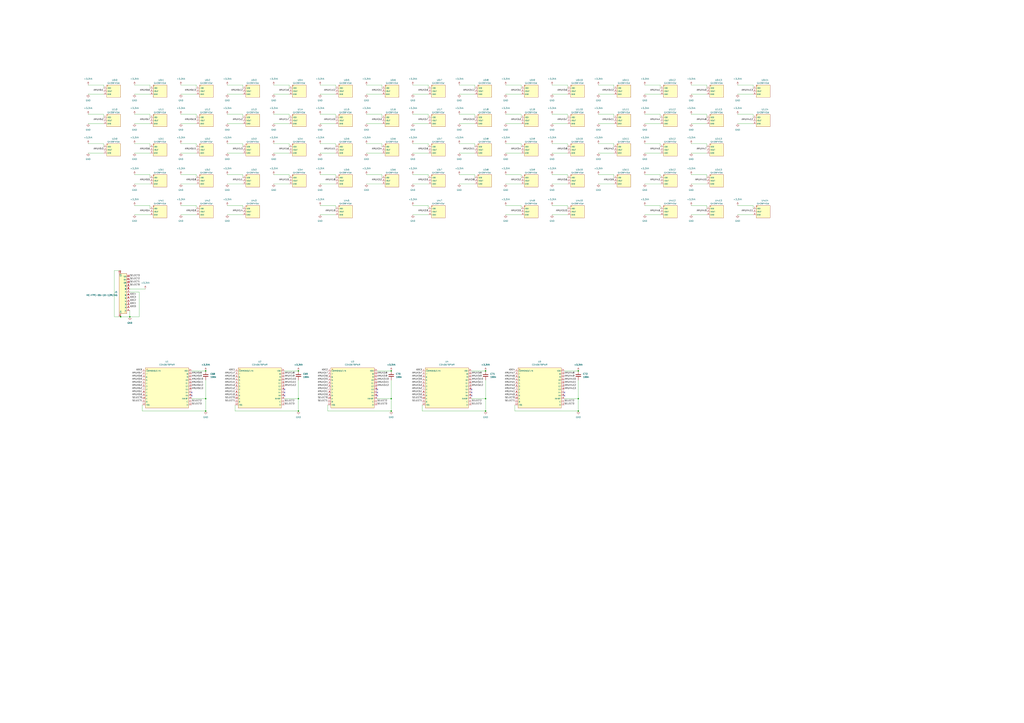
<source format=kicad_sch>
(kicad_sch (version 20231120) (generator "eeschema") (generator_version "8.0")
  (paper "A1")
  (lib_symbols
    (symbol "Device:C" (pin_numbers hide) (pin_names (offset 0.254))
      (property "Reference" "C" (at 0.635 2.54 0))
      (property "Value" "C" (at 0.635 -2.54 0))
      (symbol "C_1_1"
        (pin passive line (at 0 3.81 270) (length 2.794) (name "~") (number "1"))
        (pin passive line (at 0 -3.81 90) (length 2.794) (name "~") (number "2"))
      )
    )
    (symbol "JLCPCB:CD4067BPWR"
      (property "Reference" "U" (at 0 1.27 0))
      (property "Value" "CD4067BPWR" (at 0 -2.54 0))
      (symbol "CD4067BPWR_0_0"
        (pin unspecified line (at -20.32 1.27 0) (length 2.54) (name "COMMONOUT/IN") (number "1"))
        (pin unspecified line (at -20.32 -21.59 0) (length 2.54) (name "A") (number "10"))
        (pin unspecified line (at -20.32 -24.13 0) (length 2.54) (name "B") (number "11"))
        (pin unspecified line (at -20.32 -26.67 0) (length 2.54) (name "VSS") (number "12"))
        (pin unspecified line (at 20.32 -26.67 180) (length 2.54) (name "D") (number "13"))
        (pin unspecified line (at 20.32 -24.13 180) (length 2.54) (name "C") (number "14"))
        (pin unspecified line (at 20.32 -21.59 180) (length 2.54) (name "INHIBT") (number "15"))
        (pin unspecified line (at 20.32 -19.05 180) (length 2.54) (name "15") (number "16"))
        (pin unspecified line (at 20.32 -16.51 180) (length 2.54) (name "14") (number "17"))
        (pin unspecified line (at 20.32 -13.97 180) (length 2.54) (name "13") (number "18"))
        (pin unspecified line (at 20.32 -11.43 180) (length 2.54) (name "12") (number "19"))
        (pin unspecified line (at -20.32 -1.27 0) (length 2.54) (name "7") (number "2"))
        (pin unspecified line (at 20.32 -8.89 180) (length 2.54) (name "11") (number "20"))
        (pin unspecified line (at 20.32 -6.35 180) (length 2.54) (name "10") (number "21"))
        (pin unspecified line (at 20.32 -3.81 180) (length 2.54) (name "9") (number "22"))
        (pin unspecified line (at 20.32 -1.27 180) (length 2.54) (name "8") (number "23"))
        (pin unspecified line (at 20.32 1.27 180) (length 2.54) (name "VDD") (number "24"))
        (pin unspecified line (at -20.32 -3.81 0) (length 2.54) (name "6") (number "3"))
        (pin unspecified line (at -20.32 -6.35 0) (length 2.54) (name "5") (number "4"))
        (pin unspecified line (at -20.32 -8.89 0) (length 2.54) (name "4") (number "5"))
        (pin unspecified line (at -20.32 -11.43 0) (length 2.54) (name "3") (number "6"))
        (pin unspecified line (at -20.32 -13.97 0) (length 2.54) (name "2") (number "7"))
        (pin unspecified line (at -20.32 -16.51 0) (length 2.54) (name "1") (number "8"))
        (pin unspecified line (at -20.32 -19.05 0) (length 2.54) (name "0") (number "9"))
      )
    )
    (symbol "JLCPCB:GH39FKSW"
      (property "Reference" "U" (at 0 1.27 0))
      (property "Value" "GH39FKSW" (at 0 -2.54 0))
      (symbol "GH39FKSW_0_0"
        (pin unspecified line (at -5.08 -10.16 0) (length 2.54) (name "VDD") (number "1"))
        (pin unspecified line (at -5.08 -12.7 0) (length 2.54) (name "VOUT") (number "2"))
        (pin unspecified line (at -5.08 -15.24 0) (length 2.54) (name "GND") (number "3"))
      )
    )
    (symbol "JLCPCB:HC-FPC-05-10-12RLTAG"
      (property "Reference" "U" (at 0 1.27 0))
      (property "Value" "HC-FPC-05-10-12RLTAG" (at 0 -2.54 0))
      (symbol "HC-FPC-05-10-12RLTAG_0_1"
        (pin unspecified line (at -5.08 13.97 0) (length 2.54) (name "1") (number "1"))
        (pin unspecified line (at -5.08 -8.89 0) (length 2.54) (name "10") (number "10"))
        (pin unspecified line (at -5.08 -11.43 0) (length 2.54) (name "11") (number "11"))
        (pin unspecified line (at -5.08 -13.97 0) (length 2.54) (name "12") (number "12"))
        (pin unspecified line (at 2.54 -19.05 90) (length 2.54) (name "13") (number "13"))
        (pin unspecified line (at 2.54 19.05 270) (length 2.54) (name "14") (number "14"))
        (pin unspecified line (at -5.08 11.43 0) (length 2.54) (name "2") (number "2"))
        (pin unspecified line (at -5.08 8.89 0) (length 2.54) (name "3") (number "3"))
        (pin unspecified line (at -5.08 6.35 0) (length 2.54) (name "4") (number "4"))
        (pin unspecified line (at -5.08 3.81 0) (length 2.54) (name "5") (number "5"))
        (pin unspecified line (at -5.08 1.27 0) (length 2.54) (name "6") (number "6"))
        (pin unspecified line (at -5.08 -1.27 0) (length 2.54) (name "7") (number "7"))
        (pin unspecified line (at -5.08 -3.81 0) (length 2.54) (name "8") (number "8"))
        (pin unspecified line (at -5.08 -6.35 0) (length 2.54) (name "9") (number "9"))
      )
    )
    (symbol "power:+3.3VA" (power) (pin_numbers hide) (pin_names (offset 0) hide)
      (property "Value" "+3.3VA" (at 0 3.556 0))
      (symbol "+3.3VA_1_1"
        (pin power_in line (at 0 0 90) (length 0) (name "~") (number "1"))
      )
    )
    (symbol "power:GND" (power) (pin_numbers hide) (pin_names (offset 0) hide)
      (property "Value" "GND" (at 0 -3.81 0))
      (symbol "GND_1_1"
        (pin power_in line (at 0 0 270) (length 0) (name "~") (number "1"))
      )
    )
  )
  (junction (at 398.78 327.66))
  (junction (at 474.98 327.66))
  (junction (at 168.91 337.82))
  (junction (at 321.31 327.66))
  (junction (at 321.31 304.8))
  (junction (at 321.31 337.82))
  (junction (at 398.78 304.8))
  (junction (at 245.11 327.66))
  (junction (at 398.78 337.82))
  (junction (at 106.68 260.35))
  (junction (at 474.98 337.82))
  (junction (at 245.11 304.8))
  (junction (at 474.98 304.8))
  (junction (at 245.11 337.82))
  (junction (at 99.06 260.35))
  (junction (at 168.91 304.8))
  (junction (at 168.91 327.66))
  (no_connect (at 157.48 325.12))
  (no_connect (at 157.48 322.58))
  (no_connect (at 309.88 325.12))
  (no_connect (at 233.68 320.04))
  (no_connect (at 309.88 322.58))
  (no_connect (at 463.55 322.58))
  (no_connect (at 233.68 322.58))
  (no_connect (at 463.55 325.12))
  (no_connect (at 387.35 322.58))
  (no_connect (at 309.88 320.04))
  (no_connect (at 233.68 325.12))
  (no_connect (at 387.35 325.12))
  (no_connect (at 387.35 320.04))
  (wire (pts (xy 186.69 118.11) (xy 199.39 118.11)))
  (wire (pts (xy 161.29 69.85) (xy 161.29 72.39)))
  (wire (pts (xy 161.29 143.51) (xy 161.29 146.05)))
  (wire (pts (xy 313.69 143.51) (xy 313.69 146.05)))
  (wire (pts (xy 491.49 93.98) (xy 504.19 93.98)))
  (wire (pts (xy 415.29 151.13) (xy 427.99 151.13)))
  (wire (pts (xy 262.89 143.51) (xy 275.59 143.51)))
  (wire (pts (xy 262.89 93.98) (xy 275.59 93.98)))
  (wire (pts (xy 199.39 168.91) (xy 199.39 171.45)))
  (wire (pts (xy 339.09 101.6) (xy 351.79 101.6)))
  (wire (pts (xy 474.98 327.66) (xy 463.55 327.66)))
  (wire (pts (xy 72.39 93.98) (xy 85.09 93.98)))
  (wire (pts (xy 186.69 69.85) (xy 199.39 69.85)))
  (wire (pts (xy 377.19 118.11) (xy 389.89 118.11)))
  (wire (pts (xy 605.79 101.6) (xy 618.49 101.6)))
  (wire (pts (xy 237.49 93.98) (xy 237.49 96.52)))
  (wire (pts (xy 168.91 337.82) (xy 168.91 327.66)))
  (wire (pts (xy 567.69 93.98) (xy 580.39 93.98)))
  (wire (pts (xy 453.39 101.6) (xy 466.09 101.6)))
  (wire (pts (xy 618.49 168.91) (xy 618.49 171.45)))
  (wire (pts (xy 110.49 118.11) (xy 123.19 118.11)))
  (wire (pts (xy 199.39 93.98) (xy 199.39 96.52)))
  (wire (pts (xy 148.59 176.53) (xy 161.29 176.53)))
  (wire (pts (xy 377.19 125.73) (xy 389.89 125.73)))
  (wire (pts (xy 300.99 69.85) (xy 313.69 69.85)))
  (wire (pts (xy 529.59 77.47) (xy 542.29 77.47)))
  (wire (pts (xy 321.31 337.82) (xy 321.31 327.66)))
  (wire (pts (xy 245.11 337.82) (xy 245.11 327.66)))
  (wire (pts (xy 491.49 101.6) (xy 504.19 101.6)))
  (wire (pts (xy 224.79 118.11) (xy 237.49 118.11)))
  (wire (pts (xy 275.59 69.85) (xy 275.59 72.39)))
  (wire (pts (xy 193.04 337.82) (xy 245.11 337.82)))
  (wire (pts (xy 453.39 77.47) (xy 466.09 77.47)))
  (wire (pts (xy 321.31 327.66) (xy 309.88 327.66)))
  (wire (pts (xy 491.49 125.73) (xy 504.19 125.73)))
  (wire (pts (xy 199.39 69.85) (xy 199.39 72.39)))
  (wire (pts (xy 186.69 168.91) (xy 199.39 168.91)))
  (wire (pts (xy 567.69 125.73) (xy 580.39 125.73)))
  (wire (pts (xy 398.78 327.66) (xy 387.35 327.66)))
  (wire (pts (xy 309.88 304.8) (xy 321.31 304.8)))
  (wire (pts (xy 377.19 69.85) (xy 389.89 69.85)))
  (wire (pts (xy 313.69 69.85) (xy 313.69 72.39)))
  (wire (pts (xy 618.49 93.98) (xy 618.49 96.52)))
  (wire (pts (xy 415.29 168.91) (xy 427.99 168.91)))
  (wire (pts (xy 275.59 118.11) (xy 275.59 120.65)))
  (wire (pts (xy 300.99 125.73) (xy 313.69 125.73)))
  (wire (pts (xy 351.79 168.91) (xy 351.79 171.45)))
  (wire (pts (xy 398.78 312.42) (xy 398.78 327.66)))
  (wire (pts (xy 262.89 118.11) (xy 275.59 118.11)))
  (wire (pts (xy 466.09 118.11) (xy 466.09 120.65)))
  (wire (pts (xy 148.59 77.47) (xy 161.29 77.47)))
  (wire (pts (xy 148.59 118.11) (xy 161.29 118.11)))
  (wire (pts (xy 351.79 69.85) (xy 351.79 72.39)))
  (wire (pts (xy 300.99 143.51) (xy 313.69 143.51)))
  (wire (pts (xy 529.59 151.13) (xy 542.29 151.13)))
  (wire (pts (xy 224.79 93.98) (xy 237.49 93.98)))
  (wire (pts (xy 110.49 69.85) (xy 123.19 69.85)))
  (wire (pts (xy 453.39 69.85) (xy 466.09 69.85)))
  (wire (pts (xy 529.59 93.98) (xy 542.29 93.98)))
  (wire (pts (xy 313.69 93.98) (xy 313.69 96.52)))
  (wire (pts (xy 415.29 176.53) (xy 427.99 176.53)))
  (wire (pts (xy 491.49 77.47) (xy 504.19 77.47)))
  (wire (pts (xy 567.69 118.11) (xy 580.39 118.11)))
  (wire (pts (xy 123.19 143.51) (xy 123.19 146.05)))
  (wire (pts (xy 504.19 93.98) (xy 504.19 96.52)))
  (wire (pts (xy 168.91 312.42) (xy 168.91 327.66)))
  (wire (pts (xy 542.29 168.91) (xy 542.29 171.45)))
  (wire (pts (xy 110.49 101.6) (xy 123.19 101.6)))
  (wire (pts (xy 275.59 168.91) (xy 275.59 171.45)))
  (wire (pts (xy 605.79 77.47) (xy 618.49 77.47)))
  (wire (pts (xy 567.69 77.47) (xy 580.39 77.47)))
  (wire (pts (xy 300.99 151.13) (xy 313.69 151.13)))
  (wire (pts (xy 224.79 125.73) (xy 237.49 125.73)))
  (wire (pts (xy 427.99 143.51) (xy 427.99 146.05)))
  (wire (pts (xy 224.79 101.6) (xy 237.49 101.6)))
  (wire (pts (xy 491.49 151.13) (xy 504.19 151.13)))
  (wire (pts (xy 605.79 168.91) (xy 618.49 168.91)))
  (wire (pts (xy 148.59 143.51) (xy 161.29 143.51)))
  (wire (pts (xy 453.39 93.98) (xy 466.09 93.98)))
  (wire (pts (xy 529.59 168.91) (xy 542.29 168.91)))
  (wire (pts (xy 542.29 143.51) (xy 542.29 146.05)))
  (wire (pts (xy 72.39 77.47) (xy 85.09 77.47)))
  (wire (pts (xy 168.91 327.66) (xy 157.48 327.66)))
  (wire (pts (xy 504.19 69.85) (xy 504.19 72.39)))
  (wire (pts (xy 339.09 125.73) (xy 351.79 125.73)))
  (wire (pts (xy 106.68 240.03) (xy 114.3 240.03)))
  (wire (pts (xy 415.29 77.47) (xy 427.99 77.47)))
  (wire (pts (xy 529.59 101.6) (xy 542.29 101.6)))
  (wire (pts (xy 93.98 222.25) (xy 93.98 260.35)))
  (wire (pts (xy 377.19 93.98) (xy 389.89 93.98)))
  (wire (pts (xy 123.19 168.91) (xy 123.19 171.45)))
  (wire (pts (xy 529.59 143.51) (xy 542.29 143.51)))
  (wire (pts (xy 542.29 118.11) (xy 542.29 120.65)))
  (wire (pts (xy 427.99 69.85) (xy 427.99 72.39)))
  (wire (pts (xy 148.59 151.13) (xy 161.29 151.13)))
  (wire (pts (xy 85.09 93.98) (xy 85.09 96.52)))
  (wire (pts (xy 186.69 176.53) (xy 199.39 176.53)))
  (wire (pts (xy 398.78 337.82) (xy 398.78 327.66)))
  (wire (pts (xy 389.89 93.98) (xy 389.89 96.52)))
  (wire (pts (xy 199.39 118.11) (xy 199.39 120.65)))
  (wire (pts (xy 72.39 69.85) (xy 85.09 69.85)))
  (wire (pts (xy 123.19 118.11) (xy 123.19 120.65)))
  (wire (pts (xy 339.09 118.11) (xy 351.79 118.11)))
  (wire (pts (xy 245.11 312.42) (xy 245.11 327.66)))
  (wire (pts (xy 427.99 168.91) (xy 427.99 171.45)))
  (wire (pts (xy 580.39 168.91) (xy 580.39 171.45)))
  (wire (pts (xy 422.91 332.74) (xy 422.91 337.82)))
  (wire (pts (xy 339.09 143.51) (xy 351.79 143.51)))
  (wire (pts (xy 262.89 125.73) (xy 275.59 125.73)))
  (wire (pts (xy 161.29 168.91) (xy 161.29 171.45)))
  (wire (pts (xy 529.59 118.11) (xy 542.29 118.11)))
  (wire (pts (xy 72.39 118.11) (xy 85.09 118.11)))
  (wire (pts (xy 321.31 312.42) (xy 321.31 327.66)))
  (wire (pts (xy 72.39 125.73) (xy 85.09 125.73)))
  (wire (pts (xy 339.09 176.53) (xy 351.79 176.53)))
  (wire (pts (xy 605.79 93.98) (xy 618.49 93.98)))
  (wire (pts (xy 415.29 93.98) (xy 427.99 93.98)))
  (wire (pts (xy 453.39 151.13) (xy 466.09 151.13)))
  (wire (pts (xy 389.89 143.51) (xy 389.89 146.05)))
  (wire (pts (xy 186.69 151.13) (xy 199.39 151.13)))
  (wire (pts (xy 415.29 69.85) (xy 427.99 69.85)))
  (wire (pts (xy 123.19 93.98) (xy 123.19 96.52)))
  (wire (pts (xy 415.29 118.11) (xy 427.99 118.11)))
  (wire (pts (xy 110.49 93.98) (xy 123.19 93.98)))
  (wire (pts (xy 567.69 176.53) (xy 580.39 176.53)))
  (wire (pts (xy 529.59 69.85) (xy 542.29 69.85)))
  (wire (pts (xy 116.84 337.82) (xy 168.91 337.82)))
  (wire (pts (xy 193.04 332.74) (xy 193.04 337.82)))
  (wire (pts (xy 262.89 101.6) (xy 275.59 101.6)))
  (wire (pts (xy 453.39 118.11) (xy 466.09 118.11)))
  (wire (pts (xy 237.49 143.51) (xy 237.49 146.05)))
  (wire (pts (xy 93.98 260.35) (xy 99.06 260.35)))
  (wire (pts (xy 110.49 77.47) (xy 123.19 77.47)))
  (wire (pts (xy 377.19 143.51) (xy 389.89 143.51)))
  (wire (pts (xy 466.09 168.91) (xy 466.09 171.45)))
  (wire (pts (xy 110.49 143.51) (xy 123.19 143.51)))
  (wire (pts (xy 148.59 125.73) (xy 161.29 125.73)))
  (wire (pts (xy 186.69 93.98) (xy 199.39 93.98)))
  (wire (pts (xy 186.69 125.73) (xy 199.39 125.73)))
  (wire (pts (xy 72.39 101.6) (xy 85.09 101.6)))
  (wire (pts (xy 377.19 101.6) (xy 389.89 101.6)))
  (wire (pts (xy 186.69 101.6) (xy 199.39 101.6)))
  (wire (pts (xy 148.59 93.98) (xy 161.29 93.98)))
  (wire (pts (xy 245.11 327.66) (xy 233.68 327.66)))
  (wire (pts (xy 542.29 69.85) (xy 542.29 72.39)))
  (wire (pts (xy 339.09 93.98) (xy 351.79 93.98)))
  (wire (pts (xy 580.39 143.51) (xy 580.39 146.05)))
  (wire (pts (xy 491.49 118.11) (xy 504.19 118.11)))
  (wire (pts (xy 453.39 176.53) (xy 466.09 176.53)))
  (wire (pts (xy 453.39 168.91) (xy 466.09 168.91)))
  (wire (pts (xy 339.09 151.13) (xy 351.79 151.13)))
  (wire (pts (xy 618.49 69.85) (xy 618.49 72.39)))
  (wire (pts (xy 474.98 337.82) (xy 474.98 327.66)))
  (wire (pts (xy 339.09 69.85) (xy 351.79 69.85)))
  (wire (pts (xy 199.39 143.51) (xy 199.39 146.05)))
  (wire (pts (xy 351.79 143.51) (xy 351.79 146.05)))
  (wire (pts (xy 269.24 337.82) (xy 321.31 337.82)))
  (wire (pts (xy 275.59 93.98) (xy 275.59 96.52)))
  (wire (pts (xy 300.99 101.6) (xy 313.69 101.6)))
  (wire (pts (xy 567.69 168.91) (xy 580.39 168.91)))
  (wire (pts (xy 453.39 125.73) (xy 466.09 125.73)))
  (wire (pts (xy 300.99 77.47) (xy 313.69 77.47)))
  (wire (pts (xy 262.89 176.53) (xy 275.59 176.53)))
  (wire (pts (xy 377.19 151.13) (xy 389.89 151.13)))
  (wire (pts (xy 186.69 143.51) (xy 199.39 143.51)))
  (wire (pts (xy 466.09 69.85) (xy 466.09 72.39)))
  (wire (pts (xy 491.49 143.51) (xy 504.19 143.51)))
  (wire (pts (xy 262.89 69.85) (xy 275.59 69.85)))
  (wire (pts (xy 123.19 69.85) (xy 123.19 72.39)))
  (wire (pts (xy 529.59 125.73) (xy 542.29 125.73)))
  (wire (pts (xy 116.84 332.74) (xy 116.84 337.82)))
  (wire (pts (xy 415.29 101.6) (xy 427.99 101.6)))
  (wire (pts (xy 106.68 260.35) (xy 99.06 260.35)))
  (wire (pts (xy 339.09 77.47) (xy 351.79 77.47)))
  (wire (pts (xy 313.69 118.11) (xy 313.69 120.65)))
  (wire (pts (xy 275.59 143.51) (xy 275.59 146.05)))
  (wire (pts (xy 300.99 118.11) (xy 313.69 118.11)))
  (wire (pts (xy 106.68 260.35) (xy 114.3 260.35)))
  (wire (pts (xy 346.71 332.74) (xy 346.71 337.82)))
  (wire (pts (xy 389.89 69.85) (xy 389.89 72.39)))
  (wire (pts (xy 233.68 304.8) (xy 245.11 304.8)))
  (wire (pts (xy 110.49 151.13) (xy 123.19 151.13)))
  (wire (pts (xy 466.09 143.51) (xy 466.09 146.05)))
  (wire (pts (xy 148.59 101.6) (xy 161.29 101.6)))
  (wire (pts (xy 110.49 176.53) (xy 123.19 176.53)))
  (wire (pts (xy 262.89 151.13) (xy 275.59 151.13)))
  (wire (pts (xy 387.35 304.8) (xy 398.78 304.8)))
  (wire (pts (xy 567.69 143.51) (xy 580.39 143.51)))
  (wire (pts (xy 106.68 237.49) (xy 119.38 237.49)))
  (wire (pts (xy 148.59 69.85) (xy 161.29 69.85)))
  (wire (pts (xy 351.79 118.11) (xy 351.79 120.65)))
  (wire (pts (xy 269.24 332.74) (xy 269.24 337.82)))
  (wire (pts (xy 427.99 118.11) (xy 427.99 120.65)))
  (wire (pts (xy 463.55 304.8) (xy 474.98 304.8)))
  (wire (pts (xy 529.59 176.53) (xy 542.29 176.53)))
  (wire (pts (xy 186.69 77.47) (xy 199.39 77.47)))
  (wire (pts (xy 580.39 69.85) (xy 580.39 72.39)))
  (wire (pts (xy 580.39 93.98) (xy 580.39 96.52)))
  (wire (pts (xy 346.71 337.82) (xy 398.78 337.82)))
  (wire (pts (xy 262.89 77.47) (xy 275.59 77.47)))
  (wire (pts (xy 114.3 240.03) (xy 114.3 260.35)))
  (wire (pts (xy 504.19 143.51) (xy 504.19 146.05)))
  (wire (pts (xy 422.91 337.82) (xy 474.98 337.82)))
  (wire (pts (xy 93.98 222.25) (xy 99.06 222.25)))
  (wire (pts (xy 157.48 304.8) (xy 168.91 304.8)))
  (wire (pts (xy 237.49 118.11) (xy 237.49 120.65)))
  (wire (pts (xy 605.79 69.85) (xy 618.49 69.85)))
  (wire (pts (xy 224.79 151.13) (xy 237.49 151.13)))
  (wire (pts (xy 389.89 118.11) (xy 389.89 120.65)))
  (wire (pts (xy 580.39 118.11) (xy 580.39 120.65)))
  (wire (pts (xy 474.98 312.42) (xy 474.98 327.66)))
  (wire (pts (xy 567.69 101.6) (xy 580.39 101.6)))
  (wire (pts (xy 339.09 168.91) (xy 351.79 168.91)))
  (wire (pts (xy 161.29 118.11) (xy 161.29 120.65)))
  (wire (pts (xy 453.39 143.51) (xy 466.09 143.51)))
  (wire (pts (xy 224.79 143.51) (xy 237.49 143.51)))
  (wire (pts (xy 262.89 168.91) (xy 275.59 168.91)))
  (wire (pts (xy 427.99 93.98) (xy 427.99 96.52)))
  (wire (pts (xy 85.09 69.85) (xy 85.09 72.39)))
  (wire (pts (xy 567.69 151.13) (xy 580.39 151.13)))
  (wire (pts (xy 504.19 118.11) (xy 504.19 120.65)))
  (wire (pts (xy 567.69 69.85) (xy 580.39 69.85)))
  (wire (pts (xy 161.29 93.98) (xy 161.29 96.52)))
  (wire (pts (xy 542.29 93.98) (xy 542.29 96.52)))
  (wire (pts (xy 224.79 77.47) (xy 237.49 77.47)))
  (wire (pts (xy 110.49 125.73) (xy 123.19 125.73)))
  (wire (pts (xy 605.79 176.53) (xy 618.49 176.53)))
  (wire (pts (xy 415.29 125.73) (xy 427.99 125.73)))
  (wire (pts (xy 351.79 93.98) (xy 351.79 96.52)))
  (wire (pts (xy 110.49 168.91) (xy 123.19 168.91)))
  (wire (pts (xy 466.09 93.98) (xy 466.09 96.52)))
  (wire (pts (xy 85.09 118.11) (xy 85.09 120.65)))
  (wire (pts (xy 237.49 69.85) (xy 237.49 72.39)))
  (wire (pts (xy 377.19 77.47) (xy 389.89 77.47)))
  (wire (pts (xy 148.59 168.91) (xy 161.29 168.91)))
  (wire (pts (xy 300.99 93.98) (xy 313.69 93.98)))
  (wire (pts (xy 415.29 143.51) (xy 427.99 143.51)))
  (wire (pts (xy 224.79 69.85) (xy 237.49 69.85)))
  (wire (pts (xy 106.68 255.27) (xy 106.68 260.35)))
  (wire (pts (xy 491.49 69.85) (xy 504.19 69.85)))
  (label "AMUX4:2" (at 504.19 123.19 180))
  (label "AMUX3:8" (at 387.35 307.34 0))
  (label "SELECT2" (at 463.55 330.2 0))
  (label "AMUX2:8" (at 389.89 148.59 180))
  (label "AMUX1:10" (at 275.59 99.06 180))
  (label "AMUX0:7" (at 123.19 99.06 180))
  (label "AMUX4:9" (at 463.55 309.88 0))
  (label "AMUX1:3" (at 193.04 317.5 180))
  (label "AMUX3:10" (at 466.09 173.99 180))
  (label "AMUX2:3" (at 269.24 317.5 180))
  (label "AMUX2:2" (at 269.24 320.04 180))
  (label "AMUX2:10" (at 389.89 99.06 180))
  (label "AMUX2:12" (at 309.88 317.5 0))
  (label "AMUX4:0" (at 422.91 325.12 180))
  (label "AMUX3:7" (at 466.09 99.06 180))
  (label "SELECT3" (at 233.68 332.74 0))
  (label "AMUX2:6" (at 269.24 309.88 180))
  (label "AMUX0:8" (at 157.48 307.34 0))
  (label "ADC1" (at 193.04 304.8 180))
  (label "AMUX3:11" (at 387.35 314.96 0))
  (label "AMUX0:1" (at 85.09 74.93 180))
  (label "ADC0" (at 106.68 252.73 0))
  (label "AMUX3:9" (at 387.35 309.88 0))
  (label "AMUX1:6" (at 237.49 123.19 180))
  (label "SELECT0" (at 269.24 327.66 180))
  (label "AMUX1:0" (at 237.49 74.93 180))
  (label "SELECT2" (at 157.48 330.2 0))
  (label "AMUX3:3" (at 346.71 317.5 180))
  (label "AMUX1:4" (at 193.04 314.96 180))
  (label "SELECT1" (at 346.71 330.2 180))
  (label "SELECT0" (at 116.84 327.66 180))
  (label "AMUX4:2" (at 422.91 320.04 180))
  (label "AMUX1:5" (at 193.04 312.42 180))
  (label "AMUX3:5" (at 346.71 312.42 180))
  (label "AMUX3:12" (at 387.35 317.5 0))
  (label "AMUX2:0" (at 351.79 74.93 180))
  (label "ADC2" (at 106.68 247.65 0))
  (label "AMUX4:1" (at 422.91 322.58 180))
  (label "AMUX2:1" (at 269.24 322.58 180))
  (label "AMUX1:6" (at 193.04 309.88 180))
  (label "SELECT2" (at 309.88 330.2 0))
  (label "AMUX0:0" (at 123.19 74.93 180))
  (label "AMUX4:6" (at 542.29 173.99 180))
  (label "AMUX2:4" (at 313.69 123.19 180))
  (label "ADC4" (at 106.68 242.57 0))
  (label "AMUX0:6" (at 123.19 123.19 180))
  (label "AMUX4:3" (at 542.29 148.59 180))
  (label "AMUX3:6" (at 466.09 148.59 180))
  (label "AMUX2:8" (at 309.88 307.34 0))
  (label "AMUX4:6" (at 422.91 309.88 180))
  (label "AMUX0:3" (at 116.84 317.5 180))
  (label "AMUX0:5" (at 116.84 312.42 180))
  (label "AMUX1:1" (at 199.39 148.59 180))
  (label "AMUX3:2" (at 346.71 320.04 180))
  (label "AMUX1:12" (at 233.68 317.5 0))
  (label "SELECT3" (at 463.55 332.74 0))
  (label "AMUX0:2" (at 85.09 99.06 180))
  (label "SELECT1" (at 116.84 330.2 180))
  (label "AMUX4:11" (at 618.49 173.99 180))
  (label "SELECT1" (at 193.04 330.2 180))
  (label "AMUX3:10" (at 387.35 312.42 0))
  (label "ADC4" (at 422.91 304.8 180))
  (label "AMUX2:5" (at 269.24 312.42 180))
  (label "AMUX2:12" (at 389.89 74.93 180))
  (label "AMUX2:7" (at 269.24 307.34 180))
  (label "AMUX2:10" (at 309.88 312.42 0))
  (label "AMUX0:9" (at 161.29 173.99 180))
  (label "AMUX3:4" (at 427.99 123.19 180))
  (label "AMUX4:11" (at 463.55 314.96 0))
  (label "ADC3" (at 106.68 245.11 0))
  (label "AMUX4:4" (at 422.91 314.96 180))
  (label "AMUX2:1" (at 313.69 74.93 180))
  (label "AMUX4:3" (at 422.91 317.5 180))
  (label "AMUX3:3" (at 427.99 99.06 180))
  (label "AMUX1:3" (at 199.39 123.19 180))
  (label "SELECT3" (at 157.48 332.74 0))
  (label "AMUX1:5" (at 237.49 148.59 180))
  (label "AMUX0:9" (at 157.48 309.88 0))
  (label "AMUX0:12" (at 199.39 74.93 180))
  (label "AMUX4:10" (at 580.39 148.59 180))
  (label "AMUX2:0" (at 269.24 325.12 180))
  (label "AMUX0:13" (at 157.48 320.04 0))
  (label "AMUX1:9" (at 275.59 173.99 180))
  (label "AMUX4:10" (at 463.55 312.42 0))
  (label "AMUX1:10" (at 233.68 312.42 0))
  (label "AMUX0:10" (at 157.48 312.42 0))
  (label "AMUX2:7" (at 351.79 99.06 180))
  (label "AMUX4:7" (at 422.91 307.34 180))
  (label "AMUX2:5" (at 351.79 148.59 180))
  (label "AMUX2:6" (at 351.79 123.19 180))
  (label "AMUX4:8" (at 463.55 307.34 0))
  (label "AMUX3:12" (at 504.19 74.93 180))
  (label "AMUX4:7" (at 580.39 123.19 180))
  (label "AMUX1:11" (at 233.68 314.96 0))
  (label "AMUX0:7" (at 116.84 307.34 180))
  (label "ADC3" (at 346.71 304.8 180))
  (label "SELECT2" (at 233.68 330.2 0))
  (label "AMUX1:8" (at 275.59 148.59 180))
  (label "AMUX3:2" (at 427.99 148.59 180))
  (label "AMUX1:7" (at 193.04 307.34 180))
  (label "AMUX0:4" (at 116.84 314.96 180))
  (label "AMUX1:0" (at 193.04 325.12 180))
  (label "AMUX0:1" (at 116.84 322.58 180))
  (label "AMUX3:1" (at 346.71 322.58 180))
  (label "ADC0" (at 116.84 304.8 180))
  (label "AMUX4:4" (at 542.29 99.06 180))
  (label "AMUX2:3" (at 313.69 99.06 180))
  (label "AMUX4:8" (at 580.39 99.06 180))
  (label "AMUX0:13" (at 161.29 74.93 180))
  (label "AMUX3:8" (at 466.09 123.19 180))
  (label "AMUX1:2" (at 193.04 320.04 180))
  (label "AMUX0:4" (at 123.19 173.99 180))
  (label "AMUX1:1" (at 193.04 322.58 180))
  (label "AMUX0:12" (at 157.48 317.5 0))
  (label "AMUX2:11" (at 309.88 314.96 0))
  (label "AMUX1:4" (at 199.39 173.99 180))
  (label "AMUX3:11" (at 504.19 99.06 180))
  (label "AMUX0:6" (at 116.84 309.88 180))
  (label "AMUX4:13" (at 463.55 320.04 0))
  (label "AMUX0:11" (at 161.29 123.19 180))
  (label "AMUX0:5" (at 123.19 148.59 180))
  (label "AMUX3:0" (at 466.09 74.93 180))
  (label "AMUX4:12" (at 463.55 317.5 0))
  (label "AMUX2:4" (at 269.24 314.96 180))
  (label "AMUX1:2" (at 199.39 99.06 180))
  (label "AMUX4:1" (at 542.29 74.93 180))
  (label "AMUX3:4" (at 346.71 314.96 180))
  (label "ADC2" (at 269.24 304.8 180))
  (label "SELECT0" (at 193.04 327.66 180))
  (label "AMUX2:2" (at 313.69 148.59 180))
  (label "AMUX3:5" (at 427.99 173.99 180))
  (label "AMUX2:9" (at 351.79 173.99 180))
  (label "SELECT2" (at 387.35 330.2 0))
  (label "AMUX0:3" (at 85.09 123.19 180))
  (label "AMUX1:7" (at 237.49 99.06 180))
  (label "ADC1" (at 106.68 250.19 0))
  (label "AMUX0:2" (at 116.84 320.04 180))
  (label "AMUX3:7" (at 346.71 307.34 180))
  (label "AMUX1:11" (at 275.59 123.19 180))
  (label "SELECT0" (at 346.71 327.66 180))
  (label "AMUX4:5" (at 542.29 123.19 180))
  (label "AMUX3:1" (at 427.99 74.93 180))
  (label "SELECT3" (at 106.68 227.33 0))
  (label "SELECT1" (at 106.68 232.41 0))
  (label "AMUX4:9" (at 580.39 173.99 180))
  (label "AMUX4:5" (at 422.91 312.42 180))
  (label "AMUX2:11" (at 389.89 123.19 180))
  (label "SELECT3" (at 387.35 332.74 0))
  (label "AMUX0:11" (at 157.48 314.96 0))
  (label "SELECT3" (at 309.88 332.74 0))
  (label "SELECT1" (at 422.91 330.2 180))
  (label "SELECT1" (at 269.24 330.2 180))
  (label "AMUX4:0" (at 580.39 74.93 180))
  (label "SELECT2" (at 106.68 229.87 0))
  (label "AMUX2:9" (at 309.88 309.88 0))
  (label "AMUX0:10" (at 161.29 99.06 180))
  (label "AMUX3:9" (at 504.19 148.59 180))
  (label "AMUX1:12" (at 275.59 74.93 180))
  (label "AMUX3:0" (at 346.71 325.12 180))
  (label "AMUX0:0" (at 116.84 325.12 180))
  (label "AMUX1:9" (at 233.68 309.88 0))
  (label "SELECT0" (at 106.68 234.95 0))
  (label "AMUX0:8" (at 161.29 148.59 180))
  (label "SELECT0" (at 422.91 327.66 180))
  (label "AMUX4:13" (at 618.49 74.93 180))
  (label "AMUX3:6" (at 346.71 309.88 180))
  (label "AMUX4:12" (at 618.49 99.06 180))
  (label "AMUX1:8" (at 233.68 307.34 0))
  (symbol (lib_id "JLCPCB:GH39FKSW") (at 471.17 110.49 0) (unit 1)
    (property "Reference" "U2:10" (at 472.948 114.046 0) (effects (justify left)))
    (property "Value" "GH39FKSW" (at 469.138 116.586 0) (effects (justify left)))
    (property "Footprint" "Package_TO_SOT_SMD:SOT-23" (effects (hide yes)))
    (property "Datasheet" "https://www.diodes.com/assets/Package-Files/SOT23.pdf" (effects (hide yes)))
    (property "LCSC" "C266230" (effects (hide yes)))
  )
  (symbol (lib_id "power:GND") (at 474.98 337.82 0) (unit 1)
    (property "Reference" "#PWR0142" (effects (hide yes)))
    (property "Value" "GND" (at 474.98 342.9 0))
    (property "Description" "Power symbol creates a global label with name \"GND\" , ground" (effects (hide yes)))
  )
  (symbol (lib_id "power:GND") (at 453.39 176.53 0) (unit 1)
    (property "Reference" "#PWR0147" (effects (hide yes)))
    (property "Value" "GND" (at 453.39 181.61 0))
    (property "Description" "Power symbol creates a global label with name \"GND\" , ground" (effects (hide yes)))
  )
  (symbol (lib_id "power:GND") (at 186.69 101.6 0) (unit 1)
    (property "Reference" "#PWR036" (effects (hide yes)))
    (property "Value" "GND" (at 186.69 106.68 0))
    (property "Description" "Power symbol creates a global label with name \"GND\" , ground" (effects (hide yes)))
  )
  (symbol (lib_id "power:+3.3VA") (at 339.09 168.91 0) (unit 1)
    (property "Reference" "#PWR0123" (effects (hide yes)))
    (property "Value" "+3.3VA" (at 339.09 163.83 0))
    (property "Description" "Power symbol creates a global label with name \"+3.3VA\"" (effects (hide yes)))
  )
  (symbol (lib_id "JLCPCB:GH39FKSW") (at 471.17 161.29 0) (unit 1)
    (property "Reference" "U4:10" (at 472.948 164.846 0) (effects (justify left)))
    (property "Value" "GH39FKSW" (at 469.138 167.386 0) (effects (justify left)))
    (property "Footprint" "Package_TO_SOT_SMD:SOT-23" (effects (hide yes)))
    (property "Datasheet" "https://www.diodes.com/assets/Package-Files/SOT23.pdf" (effects (hide yes)))
    (property "LCSC" "C266230" (effects (hide yes)))
  )
  (symbol (lib_id "JLCPCB:GH39FKSW") (at 204.47 110.49 0) (unit 1)
    (property "Reference" "U2:3" (at 206.248 114.046 0) (effects (justify left)))
    (property "Value" "GH39FKSW" (at 202.438 116.586 0) (effects (justify left)))
    (property "Footprint" "Package_TO_SOT_SMD:SOT-23" (effects (hide yes)))
    (property "Datasheet" "https://www.diodes.com/assets/Package-Files/SOT23.pdf" (effects (hide yes)))
    (property "LCSC" "C266230" (effects (hide yes)))
  )
  (symbol (lib_id "power:+3.3VA") (at 72.39 93.98 0) (unit 1)
    (property "Reference" "#PWR021" (effects (hide yes)))
    (property "Value" "+3.3VA" (at 72.39 88.9 0))
    (property "Description" "Power symbol creates a global label with name \"+3.3VA\"" (effects (hide yes)))
  )
  (symbol (lib_id "JLCPCB:GH39FKSW") (at 623.57 62.23 0) (unit 1)
    (property "Reference" "U0:14" (at 625.348 65.786 0) (effects (justify left)))
    (property "Value" "GH39FKSW" (at 621.538 68.326 0) (effects (justify left)))
    (property "Footprint" "Package_TO_SOT_SMD:SOT-23" (effects (hide yes)))
    (property "Datasheet" "https://www.diodes.com/assets/Package-Files/SOT23.pdf" (effects (hide yes)))
    (property "LCSC" "C266230" (effects (hide yes)))
  )
  (symbol (lib_id "power:GND") (at 300.99 151.13 0) (unit 1)
    (property "Reference" "#PWR0110" (effects (hide yes)))
    (property "Value" "GND" (at 300.99 156.21 0))
    (property "Description" "Power symbol creates a global label with name \"GND\" , ground" (effects (hide yes)))
  )
  (symbol (lib_id "power:+3.3VA") (at 415.29 118.11 0) (unit 1)
    (property "Reference" "#PWR052" (effects (hide yes)))
    (property "Value" "+3.3VA" (at 415.29 113.03 0))
    (property "Description" "Power symbol creates a global label with name \"+3.3VA\"" (effects (hide yes)))
  )
  (symbol (lib_id "power:GND") (at 398.78 337.82 0) (unit 1)
    (property "Reference" "#PWR0141" (effects (hide yes)))
    (property "Value" "GND" (at 398.78 342.9 0))
    (property "Description" "Power symbol creates a global label with name \"GND\" , ground" (effects (hide yes)))
  )
  (symbol (lib_id "JLCPCB:GH39FKSW") (at 166.37 110.49 0) (unit 1)
    (property "Reference" "U2:2" (at 168.148 114.046 0) (effects (justify left)))
    (property "Value" "GH39FKSW" (at 164.338 116.586 0) (effects (justify left)))
    (property "Footprint" "Package_TO_SOT_SMD:SOT-23" (effects (hide yes)))
    (property "Datasheet" "https://www.diodes.com/assets/Package-Files/SOT23.pdf" (effects (hide yes)))
    (property "LCSC" "C266230" (effects (hide yes)))
  )
  (symbol (lib_id "power:GND") (at 72.39 101.6 0) (unit 1)
    (property "Reference" "#PWR033" (effects (hide yes)))
    (property "Value" "GND" (at 72.39 106.68 0))
    (property "Description" "Power symbol creates a global label with name \"GND\" , ground" (effects (hide yes)))
  )
  (symbol (lib_id "power:+3.3VA") (at 605.79 168.91 0) (unit 1)
    (property "Reference" "#PWR0120" (effects (hide yes)))
    (property "Value" "+3.3VA" (at 605.79 163.83 0))
    (property "Description" "Power symbol creates a global label with name \"+3.3VA\"" (effects (hide yes)))
  )
  (symbol (lib_id "power:+3.3VA") (at 110.49 118.11 0) (unit 1)
    (property "Reference" "#PWR044" (effects (hide yes)))
    (property "Value" "+3.3VA" (at 110.49 113.03 0))
    (property "Description" "Power symbol creates a global label with name \"+3.3VA\"" (effects (hide yes)))
  )
  (symbol (lib_id "power:+3.3VA") (at 262.89 118.11 0) (unit 1)
    (property "Reference" "#PWR048" (effects (hide yes)))
    (property "Value" "+3.3VA" (at 262.89 113.03 0))
    (property "Description" "Power symbol creates a global label with name \"+3.3VA\"" (effects (hide yes)))
  )
  (symbol (lib_id "JLCPCB:GH39FKSW") (at 547.37 135.89 0) (unit 1)
    (property "Reference" "U3:12" (at 549.148 139.446 0) (effects (justify left)))
    (property "Value" "GH39FKSW" (at 545.338 141.986 0) (effects (justify left)))
    (property "Footprint" "Package_TO_SOT_SMD:SOT-23" (effects (hide yes)))
    (property "Datasheet" "https://www.diodes.com/assets/Package-Files/SOT23.pdf" (effects (hide yes)))
    (property "LCSC" "C266230" (effects (hide yes)))
  )
  (symbol (lib_id "power:GND") (at 110.49 151.13 0) (unit 1)
    (property "Reference" "#PWR0105" (effects (hide yes)))
    (property "Value" "GND" (at 110.49 156.21 0))
    (property "Description" "Power symbol creates a global label with name \"GND\" , ground" (effects (hide yes)))
  )
  (symbol (lib_id "power:+3.3VA") (at 453.39 143.51 0) (unit 1)
    (property "Reference" "#PWR0100" (effects (hide yes)))
    (property "Value" "+3.3VA" (at 453.39 138.43 0))
    (property "Description" "Power symbol creates a global label with name \"+3.3VA\"" (effects (hide yes)))
  )
  (symbol (lib_id "JLCPCB:GH39FKSW") (at 318.77 110.49 0) (unit 1)
    (property "Reference" "U2:6" (at 320.548 114.046 0) (effects (justify left)))
    (property "Value" "GH39FKSW" (at 316.738 116.586 0) (effects (justify left)))
    (property "Footprint" "Package_TO_SOT_SMD:SOT-23" (effects (hide yes)))
    (property "Datasheet" "https://www.diodes.com/assets/Package-Files/SOT23.pdf" (effects (hide yes)))
    (property "LCSC" "C266230" (effects (hide yes)))
  )
  (symbol (lib_id "power:+3.3VA") (at 415.29 93.98 0) (unit 1)
    (property "Reference" "#PWR032" (effects (hide yes)))
    (property "Value" "+3.3VA" (at 415.29 88.9 0))
    (property "Description" "Power symbol creates a global label with name \"+3.3VA\"" (effects (hide yes)))
  )
  (symbol (lib_id "power:GND") (at 300.99 101.6 0) (unit 1)
    (property "Reference" "#PWR039" (effects (hide yes)))
    (property "Value" "GND" (at 300.99 106.68 0))
    (property "Description" "Power symbol creates a global label with name \"GND\" , ground" (effects (hide yes)))
  )
  (symbol (lib_id "power:+3.3VA") (at 110.49 168.91 0) (unit 1)
    (property "Reference" "#PWR0104" (effects (hide yes)))
    (property "Value" "+3.3VA" (at 110.49 163.83 0))
    (property "Description" "Power symbol creates a global label with name \"+3.3VA\"" (effects (hide yes)))
  )
  (symbol (lib_id "power:GND") (at 605.79 101.6 0) (unit 1)
    (property "Reference" "#PWR090" (effects (hide yes)))
    (property "Value" "GND" (at 605.79 106.68 0))
    (property "Description" "Power symbol creates a global label with name \"GND\" , ground" (effects (hide yes)))
  )
  (symbol (lib_id "power:+3.3VA") (at 300.99 143.51 0) (unit 1)
    (property "Reference" "#PWR096" (effects (hide yes)))
    (property "Value" "+3.3VA" (at 300.99 138.43 0))
    (property "Description" "Power symbol creates a global label with name \"+3.3VA\"" (effects (hide yes)))
  )
  (symbol (lib_id "JLCPCB:GH39FKSW") (at 318.77 62.23 0) (unit 1)
    (property "Reference" "U0:6" (at 320.548 65.786 0) (effects (justify left)))
    (property "Value" "GH39FKSW" (at 316.738 68.326 0) (effects (justify left)))
    (property "Footprint" "Package_TO_SOT_SMD:SOT-23" (effects (hide yes)))
    (property "Datasheet" "https://www.diodes.com/assets/Package-Files/SOT23.pdf" (effects (hide yes)))
    (property "LCSC" "C266230" (effects (hide yes)))
  )
  (symbol (lib_id "power:+3.3VA") (at 168.91 304.8 0) (unit 1)
    (property "Reference" "#PWR0143" (effects (hide yes)))
    (property "Value" "+3.3VA" (at 168.91 299.72 0))
    (property "Description" "Power symbol creates a global label with name \"+3.3VA\"" (effects (hide yes)))
  )
  (symbol (lib_id "power:+3.3VA") (at 224.79 143.51 0) (unit 1)
    (property "Reference" "#PWR094" (effects (hide yes)))
    (property "Value" "+3.3VA" (at 224.79 138.43 0))
    (property "Description" "Power symbol creates a global label with name \"+3.3VA\"" (effects (hide yes)))
  )
  (symbol (lib_id "power:+3.3VA") (at 110.49 69.85 0) (unit 1)
    (property "Reference" "#PWR02" (effects (hide yes)))
    (property "Value" "+3.3VA" (at 110.49 64.77 0))
    (property "Description" "Power symbol creates a global label with name \"+3.3VA\"" (effects (hide yes)))
  )
  (symbol (lib_id "JLCPCB:CD4067BPWR") (at 443.23 306.07 0) (unit 1)
    (property "Reference" "U5" (at 443.23 297.18 0))
    (property "Value" "CD4067BPWR" (at 443.23 299.72 0))
    (property "Footprint" "Package_SO:SSOP-24_5.3x8.2mm_P0.65mm" (effects (hide yes)))
    (property "Datasheet" "https://www.ti.com/lit/ds/symlink/cd4067b.pdf?ts=1733023216324" (effects (hide yes)))
    (property "LCSC" "C2861251" (effects (hide yes)))
  )
  (symbol (lib_id "power:GND") (at 529.59 77.47 0) (unit 1)
    (property "Reference" "#PWR069" (effects (hide yes)))
    (property "Value" "GND" (at 529.59 82.55 0))
    (property "Description" "Power symbol creates a global label with name \"GND\" , ground" (effects (hide yes)))
  )
  (symbol (lib_id "power:GND") (at 148.59 77.47 0) (unit 1)
    (property "Reference" "#PWR09" (effects (hide yes)))
    (property "Value" "GND" (at 148.59 82.55 0))
    (property "Description" "Power symbol creates a global label with name \"GND\" , ground" (effects (hide yes)))
  )
  (symbol (lib_id "power:+3.3VA") (at 529.59 69.85 0) (unit 1)
    (property "Reference" "#PWR065" (effects (hide yes)))
    (property "Value" "+3.3VA" (at 529.59 64.77 0))
    (property "Description" "Power symbol creates a global label with name \"+3.3VA\"" (effects (hide yes)))
  )
  (symbol (lib_id "JLCPCB:GH39FKSW") (at 280.67 86.36 0) (unit 1)
    (property "Reference" "U1:5" (at 282.448 89.916 0) (effects (justify left)))
    (property "Value" "GH39FKSW" (at 278.638 92.456 0) (effects (justify left)))
    (property "Footprint" "Package_TO_SOT_SMD:SOT-23" (effects (hide yes)))
    (property "Datasheet" "https://www.diodes.com/assets/Package-Files/SOT23.pdf" (effects (hide yes)))
    (property "LCSC" "C266230" (effects (hide yes)))
  )
  (symbol (lib_id "power:+3.3VA") (at 529.59 118.11 0) (unit 1)
    (property "Reference" "#PWR081" (effects (hide yes)))
    (property "Value" "+3.3VA" (at 529.59 113.03 0))
    (property "Description" "Power symbol creates a global label with name \"+3.3VA\"" (effects (hide yes)))
  )
  (symbol (lib_id "JLCPCB:GH39FKSW") (at 128.27 135.89 0) (unit 1)
    (property "Reference" "U3:1" (at 130.048 139.446 0) (effects (justify left)))
    (property "Value" "GH39FKSW" (at 126.238 141.986 0) (effects (justify left)))
    (property "Footprint" "Package_TO_SOT_SMD:SOT-23" (effects (hide yes)))
    (property "Datasheet" "https://www.diodes.com/assets/Package-Files/SOT23.pdf" (effects (hide yes)))
    (property "LCSC" "C266230" (effects (hide yes)))
  )
  (symbol (lib_id "power:GND") (at 415.29 125.73 0) (unit 1)
    (property "Reference" "#PWR062" (effects (hide yes)))
    (property "Value" "GND" (at 415.29 130.81 0))
    (property "Description" "Power symbol creates a global label with name \"GND\" , ground" (effects (hide yes)))
  )
  (symbol (lib_id "JLCPCB:GH39FKSW") (at 585.47 62.23 0) (unit 1)
    (property "Reference" "U0:13" (at 587.248 65.786 0) (effects (justify left)))
    (property "Value" "GH39FKSW" (at 583.438 68.326 0) (effects (justify left)))
    (property "Footprint" "Package_TO_SOT_SMD:SOT-23" (effects (hide yes)))
    (property "Datasheet" "https://www.diodes.com/assets/Package-Files/SOT23.pdf" (effects (hide yes)))
    (property "LCSC" "C266230" (effects (hide yes)))
  )
  (symbol (lib_id "power:GND") (at 339.09 151.13 0) (unit 1)
    (property "Reference" "#PWR0111" (effects (hide yes)))
    (property "Value" "GND" (at 339.09 156.21 0))
    (property "Description" "Power symbol creates a global label with name \"GND\" , ground" (effects (hide yes)))
  )
  (symbol (lib_id "power:GND") (at 453.39 77.47 0) (unit 1)
    (property "Reference" "#PWR067" (effects (hide yes)))
    (property "Value" "GND" (at 453.39 82.55 0))
    (property "Description" "Power symbol creates a global label with name \"GND\" , ground" (effects (hide yes)))
  )
  (symbol (lib_id "power:+3.3VA") (at 262.89 93.98 0) (unit 1)
    (property "Reference" "#PWR028" (effects (hide yes)))
    (property "Value" "+3.3VA" (at 262.89 88.9 0))
    (property "Description" "Power symbol creates a global label with name \"+3.3VA\"" (effects (hide yes)))
  )
  (symbol (lib_id "power:GND") (at 491.49 77.47 0) (unit 1)
    (property "Reference" "#PWR068" (effects (hide yes)))
    (property "Value" "GND" (at 491.49 82.55 0))
    (property "Description" "Power symbol creates a global label with name \"GND\" , ground" (effects (hide yes)))
  )
  (symbol (lib_id "power:GND") (at 453.39 151.13 0) (unit 1)
    (property "Reference" "#PWR0114" (effects (hide yes)))
    (property "Value" "GND" (at 453.39 156.21 0))
    (property "Description" "Power symbol creates a global label with name \"GND\" , ground" (effects (hide yes)))
  )
  (symbol (lib_id "power:+3.3VA") (at 300.99 69.85 0) (unit 1)
    (property "Reference" "#PWR013" (effects (hide yes)))
    (property "Value" "+3.3VA" (at 300.99 64.77 0))
    (property "Description" "Power symbol creates a global label with name \"+3.3VA\"" (effects (hide yes)))
  )
  (symbol (lib_id "JLCPCB:GH39FKSW") (at 394.97 62.23 0) (unit 1)
    (property "Reference" "U0:8" (at 396.748 65.786 0) (effects (justify left)))
    (property "Value" "GH39FKSW" (at 392.938 68.326 0) (effects (justify left)))
    (property "Footprint" "Package_TO_SOT_SMD:SOT-23" (effects (hide yes)))
    (property "Datasheet" "https://www.diodes.com/assets/Package-Files/SOT23.pdf" (effects (hide yes)))
    (property "LCSC" "C266230" (effects (hide yes)))
  )
  (symbol (lib_id "power:+3.3VA") (at 474.98 304.8 0) (unit 1)
    (property "Reference" "#PWR0140" (effects (hide yes)))
    (property "Value" "+3.3VA" (at 474.98 299.72 0))
    (property "Description" "Power symbol creates a global label with name \"+3.3VA\"" (effects (hide yes)))
  )
  (symbol (lib_id "power:+3.3VA") (at 453.39 69.85 0) (unit 1)
    (property "Reference" "#PWR063" (effects (hide yes)))
    (property "Value" "+3.3VA" (at 453.39 64.77 0))
    (property "Description" "Power symbol creates a global label with name \"+3.3VA\"" (effects (hide yes)))
  )
  (symbol (lib_id "JLCPCB:GH39FKSW") (at 547.37 86.36 0) (unit 1)
    (property "Reference" "U1:12" (at 549.148 89.916 0) (effects (justify left)))
    (property "Value" "GH39FKSW" (at 545.338 92.456 0) (effects (justify left)))
    (property "Footprint" "Package_TO_SOT_SMD:SOT-23" (effects (hide yes)))
    (property "Datasheet" "https://www.diodes.com/assets/Package-Files/SOT23.pdf" (effects (hide yes)))
    (property "LCSC" "C266230" (effects (hide yes)))
  )
  (symbol (lib_id "power:GND") (at 224.79 101.6 0) (unit 1)
    (property "Reference" "#PWR037" (effects (hide yes)))
    (property "Value" "GND" (at 224.79 106.68 0))
    (property "Description" "Power symbol creates a global label with name \"GND\" , ground" (effects (hide yes)))
  )
  (symbol (lib_id "JLCPCB:CD4067BPWR") (at 367.03 306.07 0) (unit 1)
    (property "Reference" "U4" (at 367.03 297.18 0))
    (property "Value" "CD4067BPWR" (at 367.03 299.72 0))
    (property "Footprint" "Package_SO:SSOP-24_5.3x8.2mm_P0.65mm" (effects (hide yes)))
    (property "Datasheet" "https://www.ti.com/lit/ds/symlink/cd4067b.pdf?ts=1733023216324" (effects (hide yes)))
    (property "LCSC" "C2861251" (effects (hide yes)))
  )
  (symbol (lib_id "JLCPCB:GH39FKSW") (at 166.37 86.36 0) (unit 1)
    (property "Reference" "U1:2" (at 168.148 89.916 0) (effects (justify left)))
    (property "Value" "GH39FKSW" (at 164.338 92.456 0) (effects (justify left)))
    (property "Footprint" "Package_TO_SOT_SMD:SOT-23" (effects (hide yes)))
    (property "Datasheet" "https://www.diodes.com/assets/Package-Files/SOT23.pdf" (effects (hide yes)))
    (property "LCSC" "C266230" (effects (hide yes)))
  )
  (symbol (lib_id "power:GND") (at 72.39 125.73 0) (unit 1)
    (property "Reference" "#PWR053" (effects (hide yes)))
    (property "Value" "GND" (at 72.39 130.81 0))
    (property "Description" "Power symbol creates a global label with name \"GND\" , ground" (effects (hide yes)))
  )
  (symbol (lib_id "power:GND") (at 491.49 125.73 0) (unit 1)
    (property "Reference" "#PWR084" (effects (hide yes)))
    (property "Value" "GND" (at 491.49 130.81 0))
    (property "Description" "Power symbol creates a global label with name \"GND\" , ground" (effects (hide yes)))
  )
  (symbol (lib_id "JLCPCB:GH39FKSW") (at 471.17 135.89 0) (unit 1)
    (property "Reference" "U3:10" (at 472.948 139.446 0) (effects (justify left)))
    (property "Value" "GH39FKSW" (at 469.138 141.986 0) (effects (justify left)))
    (property "Footprint" "Package_TO_SOT_SMD:SOT-23" (effects (hide yes)))
    (property "Datasheet" "https://www.diodes.com/assets/Package-Files/SOT23.pdf" (effects (hide yes)))
    (property "LCSC" "C266230" (effects (hide yes)))
  )
  (symbol (lib_id "power:GND") (at 567.69 151.13 0) (unit 1)
    (property "Reference" "#PWR0117" (effects (hide yes)))
    (property "Value" "GND" (at 567.69 156.21 0))
    (property "Description" "Power symbol creates a global label with name \"GND\" , ground" (effects (hide yes)))
  )
  (symbol (lib_id "power:GND") (at 453.39 125.73 0) (unit 1)
    (property "Reference" "#PWR083" (effects (hide yes)))
    (property "Value" "GND" (at 453.39 130.81 0))
    (property "Description" "Power symbol creates a global label with name \"GND\" , ground" (effects (hide yes)))
  )
  (symbol (lib_id "power:GND") (at 605.79 176.53 0) (unit 1)
    (property "Reference" "#PWR0122" (effects (hide yes)))
    (property "Value" "GND" (at 605.79 181.61 0))
    (property "Description" "Power symbol creates a global label with name \"GND\" , ground" (effects (hide yes)))
  )
  (symbol (lib_id "power:+3.3VA") (at 567.69 69.85 0) (unit 1)
    (property "Reference" "#PWR066" (effects (hide yes)))
    (property "Value" "+3.3VA" (at 567.69 64.77 0))
    (property "Description" "Power symbol creates a global label with name \"+3.3VA\"" (effects (hide yes)))
  )
  (symbol (lib_id "power:+3.3VA") (at 529.59 168.91 0) (unit 1)
    (property "Reference" "#PWR0128" (effects (hide yes)))
    (property "Value" "+3.3VA" (at 529.59 163.83 0))
    (property "Description" "Power symbol creates a global label with name \"+3.3VA\"" (effects (hide yes)))
  )
  (symbol (lib_id "power:+3.3VA") (at 72.39 118.11 0) (unit 1)
    (property "Reference" "#PWR043" (effects (hide yes)))
    (property "Value" "+3.3VA" (at 72.39 113.03 0))
    (property "Description" "Power symbol creates a global label with name \"+3.3VA\"" (effects (hide yes)))
  )
  (symbol (lib_id "JLCPCB:GH39FKSW") (at 280.67 161.29 0) (unit 1)
    (property "Reference" "U4:5" (at 282.448 164.846 0) (effects (justify left)))
    (property "Value" "GH39FKSW" (at 278.638 167.386 0) (effects (justify left)))
    (property "Footprint" "Package_TO_SOT_SMD:SOT-23" (effects (hide yes)))
    (property "Datasheet" "https://www.diodes.com/assets/Package-Files/SOT23.pdf" (effects (hide yes)))
    (property "LCSC" "C266230" (effects (hide yes)))
  )
  (symbol (lib_id "power:GND") (at 415.29 101.6 0) (unit 1)
    (property "Reference" "#PWR042" (effects (hide yes)))
    (property "Value" "GND" (at 415.29 106.68 0))
    (property "Description" "Power symbol creates a global label with name \"GND\" , ground" (effects (hide yes)))
  )
  (symbol (lib_id "power:GND") (at 186.69 77.47 0) (unit 1)
    (property "Reference" "#PWR010" (effects (hide yes)))
    (property "Value" "GND" (at 186.69 82.55 0))
    (property "Description" "Power symbol creates a global label with name \"GND\" , ground" (effects (hide yes)))
  )
  (symbol (lib_id "power:GND") (at 377.19 101.6 0) (unit 1)
    (property "Reference" "#PWR041" (effects (hide yes)))
    (property "Value" "GND" (at 377.19 106.68 0))
    (property "Description" "Power symbol creates a global label with name \"GND\" , ground" (effects (hide yes)))
  )
  (symbol (lib_id "power:+3.3VA") (at 224.79 93.98 0) (unit 1)
    (property "Reference" "#PWR027" (effects (hide yes)))
    (property "Value" "+3.3VA" (at 224.79 88.9 0))
    (property "Description" "Power symbol creates a global label with name \"+3.3VA\"" (effects (hide yes)))
  )
  (symbol (lib_id "JLCPCB:GH39FKSW") (at 471.17 86.36 0) (unit 1)
    (property "Reference" "U1:10" (at 472.948 89.916 0) (effects (justify left)))
    (property "Value" "GH39FKSW" (at 469.138 92.456 0) (effects (justify left)))
    (property "Footprint" "Package_TO_SOT_SMD:SOT-23" (effects (hide yes)))
    (property "Datasheet" "https://www.diodes.com/assets/Package-Files/SOT23.pdf" (effects (hide yes)))
    (property "LCSC" "C266230" (effects (hide yes)))
  )
  (symbol (lib_id "power:GND") (at 148.59 151.13 0) (unit 1)
    (property "Reference" "#PWR0106" (effects (hide yes)))
    (property "Value" "GND" (at 148.59 156.21 0))
    (property "Description" "Power symbol creates a global label with name \"GND\" , ground" (effects (hide yes)))
  )
  (symbol (lib_id "power:+3.3VA") (at 453.39 168.91 0) (unit 1)
    (property "Reference" "#PWR0126" (effects (hide yes)))
    (property "Value" "+3.3VA" (at 453.39 163.83 0))
    (property "Description" "Power symbol creates a global label with name \"+3.3VA\"" (effects (hide yes)))
  )
  (symbol (lib_id "power:+3.3VA") (at 321.31 304.8 0) (unit 1)
    (property "Reference" "#PWR0130" (effects (hide yes)))
    (property "Value" "+3.3VA" (at 321.31 299.72 0))
    (property "Description" "Power symbol creates a global label with name \"+3.3VA\"" (effects (hide yes)))
  )
  (symbol (lib_id "power:GND") (at 605.79 77.47 0) (unit 1)
    (property "Reference" "#PWR088" (effects (hide yes)))
    (property "Value" "GND" (at 605.79 82.55 0))
    (property "Description" "Power symbol creates a global label with name \"GND\" , ground" (effects (hide yes)))
  )
  (symbol (lib_id "power:GND") (at 567.69 77.47 0) (unit 1)
    (property "Reference" "#PWR070" (effects (hide yes)))
    (property "Value" "GND" (at 567.69 82.55 0))
    (property "Description" "Power symbol creates a global label with name \"GND\" , ground" (effects (hide yes)))
  )
  (symbol (lib_id "JLCPCB:GH39FKSW") (at 356.87 161.29 0) (unit 1)
    (property "Reference" "U4:7" (at 358.648 164.846 0) (effects (justify left)))
    (property "Value" "GH39FKSW" (at 354.838 167.386 0) (effects (justify left)))
    (property "Footprint" "Package_TO_SOT_SMD:SOT-23" (effects (hide yes)))
    (property "Datasheet" "https://www.diodes.com/assets/Package-Files/SOT23.pdf" (effects (hide yes)))
    (property "LCSC" "C266230" (effects (hide yes)))
  )
  (symbol (lib_id "power:+3.3VA") (at 186.69 143.51 0) (unit 1)
    (property "Reference" "#PWR093" (effects (hide yes)))
    (property "Value" "+3.3VA" (at 186.69 138.43 0))
    (property "Description" "Power symbol creates a global label with name \"+3.3VA\"" (effects (hide yes)))
  )
  (symbol (lib_id "JLCPCB:GH39FKSW") (at 394.97 110.49 0) (unit 1)
    (property "Reference" "U2:8" (at 396.748 114.046 0) (effects (justify left)))
    (property "Value" "GH39FKSW" (at 392.938 116.586 0) (effects (justify left)))
    (property "Footprint" "Package_TO_SOT_SMD:SOT-23" (effects (hide yes)))
    (property "Datasheet" "https://www.diodes.com/assets/Package-Files/SOT23.pdf" (effects (hide yes)))
    (property "LCSC" "C266230" (effects (hide yes)))
  )
  (symbol (lib_id "power:+3.3VA") (at 186.69 69.85 0) (unit 1)
    (property "Reference" "#PWR08" (effects (hide yes)))
    (property "Value" "+3.3VA" (at 186.69 64.77 0))
    (property "Description" "Power symbol creates a global label with name \"+3.3VA\"" (effects (hide yes)))
  )
  (symbol (lib_id "power:GND") (at 262.89 101.6 0) (unit 1)
    (property "Reference" "#PWR038" (effects (hide yes)))
    (property "Value" "GND" (at 262.89 106.68 0))
    (property "Description" "Power symbol creates a global label with name \"GND\" , ground" (effects (hide yes)))
  )
  (symbol (lib_id "JLCPCB:GH39FKSW") (at 128.27 62.23 0) (unit 1)
    (property "Reference" "U0:1" (at 130.048 65.786 0) (effects (justify left)))
    (property "Value" "GH39FKSW" (at 126.238 68.326 0) (effects (justify left)))
    (property "Footprint" "Package_TO_SOT_SMD:SOT-23" (effects (hide yes)))
    (property "Datasheet" "https://www.diodes.com/assets/Package-Files/SOT23.pdf" (effects (hide yes)))
    (property "LCSC" "C266230" (effects (hide yes)))
  )
  (symbol (lib_id "power:+3.3VA") (at 491.49 93.98 0) (unit 1)
    (property "Reference" "#PWR072" (effects (hide yes)))
    (property "Value" "+3.3VA" (at 491.49 88.9 0))
    (property "Description" "Power symbol creates a global label with name \"+3.3VA\"" (effects (hide yes)))
  )
  (symbol (lib_id "power:+3.3VA") (at 262.89 69.85 0) (unit 1)
    (property "Reference" "#PWR012" (effects (hide yes)))
    (property "Value" "+3.3VA" (at 262.89 64.77 0))
    (property "Description" "Power symbol creates a global label with name \"+3.3VA\"" (effects (hide yes)))
  )
  (symbol (lib_id "power:GND") (at 186.69 176.53 0) (unit 1)
    (property "Reference" "#PWR0135" (effects (hide yes)))
    (property "Value" "GND" (at 186.69 181.61 0))
    (property "Description" "Power symbol creates a global label with name \"GND\" , ground" (effects (hide yes)))
  )
  (symbol (lib_id "power:+3.3VA") (at 415.29 143.51 0) (unit 1)
    (property "Reference" "#PWR099" (effects (hide yes)))
    (property "Value" "+3.3VA" (at 415.29 138.43 0))
    (property "Description" "Power symbol creates a global label with name \"+3.3VA\"" (effects (hide yes)))
  )
  (symbol (lib_id "power:+3.3VA") (at 339.09 69.85 0) (unit 1)
    (property "Reference" "#PWR014" (effects (hide yes)))
    (property "Value" "+3.3VA" (at 339.09 64.77 0))
    (property "Description" "Power symbol creates a global label with name \"+3.3VA\"" (effects (hide yes)))
  )
  (symbol (lib_id "power:GND") (at 339.09 176.53 0) (unit 1)
    (property "Reference" "#PWR0139" (effects (hide yes)))
    (property "Value" "GND" (at 339.09 181.61 0))
    (property "Description" "Power symbol creates a global label with name \"GND\" , ground" (effects (hide yes)))
  )
  (symbol (lib_id "JLCPCB:GH39FKSW") (at 623.57 86.36 0) (unit 1)
    (property "Reference" "U1:14" (at 625.348 89.916 0) (effects (justify left)))
    (property "Value" "GH39FKSW" (at 621.538 92.456 0) (effects (justify left)))
    (property "Footprint" "Package_TO_SOT_SMD:SOT-23" (effects (hide yes)))
    (property "Datasheet" "https://www.diodes.com/assets/Package-Files/SOT23.pdf" (effects (hide yes)))
    (property "LCSC" "C266230" (effects (hide yes)))
  )
  (symbol (lib_id "JLCPCB:CD4067BPWR") (at 137.16 306.07 0) (unit 1)
    (property "Reference" "U1" (at 137.16 297.18 0))
    (property "Value" "CD4067BPWR" (at 137.16 299.72 0))
    (property "Footprint" "Package_SO:SSOP-24_5.3x8.2mm_P0.65mm" (effects (hide yes)))
    (property "Datasheet" "https://www.ti.com/lit/ds/symlink/cd4067b.pdf?ts=1733023216324" (effects (hide yes)))
    (property "LCSC" "C2861251" (effects (hide yes)))
  )
  (symbol (lib_id "power:+3.3VA") (at 491.49 143.51 0) (unit 1)
    (property "Reference" "#PWR0101" (effects (hide yes)))
    (property "Value" "+3.3VA" (at 491.49 138.43 0))
    (property "Description" "Power symbol creates a global label with name \"+3.3VA\"" (effects (hide yes)))
  )
  (symbol (lib_id "power:GND") (at 529.59 151.13 0) (unit 1)
    (property "Reference" "#PWR0116" (effects (hide yes)))
    (property "Value" "GND" (at 529.59 156.21 0))
    (property "Description" "Power symbol creates a global label with name \"GND\" , ground" (effects (hide yes)))
  )
  (symbol (lib_id "power:+3.3VA") (at 377.19 118.11 0) (unit 1)
    (property "Reference" "#PWR051" (effects (hide yes)))
    (property "Value" "+3.3VA" (at 377.19 113.03 0))
    (property "Description" "Power symbol creates a global label with name \"+3.3VA\"" (effects (hide yes)))
  )
  (symbol (lib_id "JLCPCB:GH39FKSW") (at 471.17 62.23 0) (unit 1)
    (property "Reference" "U0:10" (at 472.948 65.786 0) (effects (justify left)))
    (property "Value" "GH39FKSW" (at 469.138 68.326 0) (effects (justify left)))
    (property "Footprint" "Package_TO_SOT_SMD:SOT-23" (effects (hide yes)))
    (property "Datasheet" "https://www.diodes.com/assets/Package-Files/SOT23.pdf" (effects (hide yes)))
    (property "LCSC" "C266230" (effects (hide yes)))
  )
  (symbol (lib_id "JLCPCB:GH39FKSW") (at 204.47 62.23 0) (unit 1)
    (property "Reference" "U0:3" (at 206.248 65.786 0) (effects (justify left)))
    (property "Value" "GH39FKSW" (at 202.438 68.326 0) (effects (justify left)))
    (property "Footprint" "Package_TO_SOT_SMD:SOT-23" (effects (hide yes)))
    (property "Datasheet" "https://www.diodes.com/assets/Package-Files/SOT23.pdf" (effects (hide yes)))
    (property "LCSC" "C266230" (effects (hide yes)))
  )
  (symbol (lib_id "JLCPCB:GH39FKSW") (at 509.27 110.49 0) (unit 1)
    (property "Reference" "U2:11" (at 511.048 114.046 0) (effects (justify left)))
    (property "Value" "GH39FKSW" (at 507.238 116.586 0) (effects (justify left)))
    (property "Footprint" "Package_TO_SOT_SMD:SOT-23" (effects (hide yes)))
    (property "Datasheet" "https://www.diodes.com/assets/Package-Files/SOT23.pdf" (effects (hide yes)))
    (property "LCSC" "C266230" (effects (hide yes)))
  )
  (symbol (lib_id "power:+3.3VA") (at 339.09 143.51 0) (unit 1)
    (property "Reference" "#PWR097" (effects (hide yes)))
    (property "Value" "+3.3VA" (at 339.09 138.43 0))
    (property "Description" "Power symbol creates a global label with name \"+3.3VA\"" (effects (hide yes)))
  )
  (symbol (lib_id "power:+3.3VA") (at 245.11 304.8 0) (unit 1)
    (property "Reference" "#PWR05" (effects (hide yes)))
    (property "Value" "+3.3VA" (at 245.11 299.72 0))
    (property "Description" "Power symbol creates a global label with name \"+3.3VA\"" (effects (hide yes)))
  )
  (symbol (lib_id "power:+3.3VA") (at 148.59 118.11 0) (unit 1)
    (property "Reference" "#PWR045" (effects (hide yes)))
    (property "Value" "+3.3VA" (at 148.59 113.03 0))
    (property "Description" "Power symbol creates a global label with name \"+3.3VA\"" (effects (hide yes)))
  )
  (symbol (lib_id "JLCPCB:GH39FKSW") (at 585.47 161.29 0) (unit 1)
    (property "Reference" "U4:13" (at 587.248 164.846 0) (effects (justify left)))
    (property "Value" "GH39FKSW" (at 583.438 167.386 0) (effects (justify left)))
    (property "Footprint" "Package_TO_SOT_SMD:SOT-23" (effects (hide yes)))
    (property "Datasheet" "https://www.diodes.com/assets/Package-Files/SOT23.pdf" (effects (hide yes)))
    (property "LCSC" "C266230" (effects (hide yes)))
  )
  (symbol (lib_id "power:GND") (at 262.89 125.73 0) (unit 1)
    (property "Reference" "#PWR058" (effects (hide yes)))
    (property "Value" "GND" (at 262.89 130.81 0))
    (property "Description" "Power symbol creates a global label with name \"GND\" , ground" (effects (hide yes)))
  )
  (symbol (lib_id "power:+3.3VA") (at 339.09 118.11 0) (unit 1)
    (property "Reference" "#PWR050" (effects (hide yes)))
    (property "Value" "+3.3VA" (at 339.09 113.03 0))
    (property "Description" "Power symbol creates a global label with name \"+3.3VA\"" (effects (hide yes)))
  )
  (symbol (lib_id "power:+3.3VA") (at 398.78 304.8 0) (unit 1)
    (property "Reference" "#PWR0132" (effects (hide yes)))
    (property "Value" "+3.3VA" (at 398.78 299.72 0))
    (property "Description" "Power symbol creates a global label with name \"+3.3VA\"" (effects (hide yes)))
  )
  (symbol (lib_id "power:GND") (at 567.69 125.73 0) (unit 1)
    (property "Reference" "#PWR086" (effects (hide yes)))
    (property "Value" "GND" (at 567.69 130.81 0))
    (property "Description" "Power symbol creates a global label with name \"GND\" , ground" (effects (hide yes)))
  )
  (symbol (lib_id "power:+3.3VA") (at 567.69 168.91 0) (unit 1)
    (property "Reference" "#PWR0129" (effects (hide yes)))
    (property "Value" "+3.3VA" (at 567.69 163.83 0))
    (property "Description" "Power symbol creates a global label with name \"+3.3VA\"" (effects (hide yes)))
  )
  (symbol (lib_id "power:GND") (at 567.69 176.53 0) (unit 1)
    (property "Reference" "#PWR0150" (effects (hide yes)))
    (property "Value" "GND" (at 567.69 181.61 0))
    (property "Description" "Power symbol creates a global label with name \"GND\" , ground" (effects (hide yes)))
  )
  (symbol (lib_id "JLCPCB:GH39FKSW") (at 166.37 62.23 0) (unit 1)
    (property "Reference" "U0:2" (at 168.148 65.786 0) (effects (justify left)))
    (property "Value" "GH39FKSW" (at 164.338 68.326 0) (effects (justify left)))
    (property "Footprint" "Package_TO_SOT_SMD:SOT-23" (effects (hide yes)))
    (property "Datasheet" "https://www.diodes.com/assets/Package-Files/SOT23.pdf" (effects (hide yes)))
    (property "LCSC" "C266230" (effects (hide yes)))
  )
  (symbol (lib_id "power:GND") (at 491.49 151.13 0) (unit 1)
    (property "Reference" "#PWR0115" (effects (hide yes)))
    (property "Value" "GND" (at 491.49 156.21 0))
    (property "Description" "Power symbol creates a global label with name \"GND\" , ground" (effects (hide yes)))
  )
  (symbol (lib_id "power:GND") (at 300.99 125.73 0) (unit 1)
    (property "Reference" "#PWR059" (effects (hide yes)))
    (property "Value" "GND" (at 300.99 130.81 0))
    (property "Description" "Power symbol creates a global label with name \"GND\" , ground" (effects (hide yes)))
  )
  (symbol (lib_id "power:+3.3VA") (at 186.69 118.11 0) (unit 1)
    (property "Reference" "#PWR046" (effects (hide yes)))
    (property "Value" "+3.3VA" (at 186.69 113.03 0))
    (property "Description" "Power symbol creates a global label with name \"+3.3VA\"" (effects (hide yes)))
  )
  (symbol (lib_id "power:GND") (at 377.19 77.47 0) (unit 1)
    (property "Reference" "#PWR023" (effects (hide yes)))
    (property "Value" "GND" (at 377.19 82.55 0))
    (property "Description" "Power symbol creates a global label with name \"GND\" , ground" (effects (hide yes)))
  )
  (symbol (lib_id "JLCPCB:GH39FKSW") (at 318.77 135.89 0) (unit 1)
    (property "Reference" "U3:6" (at 320.548 139.446 0) (effects (justify left)))
    (property "Value" "GH39FKSW" (at 316.738 141.986 0) (effects (justify left)))
    (property "Footprint" "Package_TO_SOT_SMD:SOT-23" (effects (hide yes)))
    (property "Datasheet" "https://www.diodes.com/assets/Package-Files/SOT23.pdf" (effects (hide yes)))
    (property "LCSC" "C266230" (effects (hide yes)))
  )
  (symbol (lib_id "power:+3.3VA") (at 262.89 168.91 0) (unit 1)
    (property "Reference" "#PWR0121" (effects (hide yes)))
    (property "Value" "+3.3VA" (at 262.89 163.83 0))
    (property "Description" "Power symbol creates a global label with name \"+3.3VA\"" (effects (hide yes)))
  )
  (symbol (lib_id "JLCPCB:GH39FKSW") (at 204.47 86.36 0) (unit 1)
    (property "Reference" "U1:3" (at 206.248 89.916 0) (effects (justify left)))
    (property "Value" "GH39FKSW" (at 202.438 92.456 0) (effects (justify left)))
    (property "Footprint" "Package_TO_SOT_SMD:SOT-23" (effects (hide yes)))
    (property "Datasheet" "https://www.diodes.com/assets/Package-Files/SOT23.pdf" (effects (hide yes)))
    (property "LCSC" "C266230" (effects (hide yes)))
  )
  (symbol (lib_id "power:+3.3VA") (at 339.09 93.98 0) (unit 1)
    (property "Reference" "#PWR030" (effects (hide yes)))
    (property "Value" "+3.3VA" (at 339.09 88.9 0))
    (property "Description" "Power symbol creates a global label with name \"+3.3VA\"" (effects (hide yes)))
  )
  (symbol (lib_id "power:GND") (at 339.09 125.73 0) (unit 1)
    (property "Reference" "#PWR060" (effects (hide yes)))
    (property "Value" "GND" (at 339.09 130.81 0))
    (property "Description" "Power symbol creates a global label with name \"GND\" , ground" (effects (hide yes)))
  )
  (symbol (lib_id "Device:C") (at 398.78 308.61 0) (unit 1)
    (property "Reference" "C71" (at 402.59 307.3399 0) (effects (justify left)))
    (property "Value" "100n" (at 402.59 309.8799 0) (effects (justify left)))
    (property "Footprint" "Capacitor_SMD:C_0402_1005Metric_Pad0.74x0.62mm_HandSolder" (effects (hide yes)))
    (property "Datasheet" "https://www.lcsc.com/datasheet/lcsc_datasheet_2304140030_Samsung-Electro-Mechanics-CL05B104KO5NNNC_C1525.pdf" (effects (hide yes)))
    (property "Description" "Unpolarized capacitor" (effects (hide yes)))
    (property "LCSC" "C1525" (effects (hide yes)))
  )
  (symbol (lib_id "JLCPCB:GH39FKSW") (at 356.87 62.23 0) (unit 1)
    (property "Reference" "U0:7" (at 358.648 65.786 0) (effects (justify left)))
    (property "Value" "GH39FKSW" (at 354.838 68.326 0) (effects (justify left)))
    (property "Footprint" "Package_TO_SOT_SMD:SOT-23" (effects (hide yes)))
    (property "Datasheet" "https://www.diodes.com/assets/Package-Files/SOT23.pdf" (effects (hide yes)))
    (property "LCSC" "C266230" (effects (hide yes)))
  )
  (symbol (lib_id "Device:C") (at 321.31 308.61 0) (unit 1)
    (property "Reference" "C70" (at 325.12 307.3399 0) (effects (justify left)))
    (property "Value" "100n" (at 325.12 309.8799 0) (effects (justify left)))
    (property "Footprint" "Capacitor_SMD:C_0402_1005Metric_Pad0.74x0.62mm_HandSolder" (effects (hide yes)))
    (property "Datasheet" "https://www.lcsc.com/datasheet/lcsc_datasheet_2304140030_Samsung-Electro-Mechanics-CL05B104KO5NNNC_C1525.pdf" (effects (hide yes)))
    (property "Description" "Unpolarized capacitor" (effects (hide yes)))
    (property "LCSC" "C1525" (effects (hide yes)))
  )
  (symbol (lib_id "JLCPCB:GH39FKSW") (at 90.17 110.49 0) (unit 1)
    (property "Reference" "U2:0" (at 91.948 114.046 0) (effects (justify left)))
    (property "Value" "GH39FKSW" (at 88.138 116.586 0) (effects (justify left)))
    (property "Footprint" "Package_TO_SOT_SMD:SOT-23" (effects (hide yes)))
    (property "Datasheet" "https://www.diodes.com/assets/Package-Files/SOT23.pdf" (effects (hide yes)))
    (property "LCSC" "C266230" (effects (hide yes)))
  )
  (symbol (lib_id "power:GND") (at 186.69 125.73 0) (unit 1)
    (property "Reference" "#PWR056" (effects (hide yes)))
    (property "Value" "GND" (at 186.69 130.81 0))
    (property "Description" "Power symbol creates a global label with name \"GND\" , ground" (effects (hide yes)))
  )
  (symbol (lib_id "power:+3.3VA") (at 148.59 69.85 0) (unit 1)
    (property "Reference" "#PWR07" (effects (hide yes)))
    (property "Value" "+3.3VA" (at 148.59 64.77 0))
    (property "Description" "Power symbol creates a global label with name \"+3.3VA\"" (effects (hide yes)))
  )
  (symbol (lib_id "power:+3.3VA") (at 567.69 143.51 0) (unit 1)
    (property "Reference" "#PWR0103" (effects (hide yes)))
    (property "Value" "+3.3VA" (at 567.69 138.43 0))
    (property "Description" "Power symbol creates a global label with name \"+3.3VA\"" (effects (hide yes)))
  )
  (symbol (lib_id "power:+3.3VA") (at 491.49 69.85 0) (unit 1)
    (property "Reference" "#PWR064" (effects (hide yes)))
    (property "Value" "+3.3VA" (at 491.49 64.77 0))
    (property "Description" "Power symbol creates a global label with name \"+3.3VA\"" (effects (hide yes)))
  )
  (symbol (lib_id "power:+3.3VA") (at 453.39 118.11 0) (unit 1)
    (property "Reference" "#PWR079" (effects (hide yes)))
    (property "Value" "+3.3VA" (at 453.39 113.03 0))
    (property "Description" "Power symbol creates a global label with name \"+3.3VA\"" (effects (hide yes)))
  )
  (symbol (lib_id "power:GND") (at 415.29 151.13 0) (unit 1)
    (property "Reference" "#PWR0113" (effects (hide yes)))
    (property "Value" "GND" (at 415.29 156.21 0))
    (property "Description" "Power symbol creates a global label with name \"GND\" , ground" (effects (hide yes)))
  )
  (symbol (lib_id "JLCPCB:GH39FKSW") (at 547.37 62.23 0) (unit 1)
    (property "Reference" "U0:12" (at 549.148 65.786 0) (effects (justify left)))
    (property "Value" "GH39FKSW" (at 545.338 68.326 0) (effects (justify left)))
    (property "Footprint" "Package_TO_SOT_SMD:SOT-23" (effects (hide yes)))
    (property "Datasheet" "https://www.diodes.com/assets/Package-Files/SOT23.pdf" (effects (hide yes)))
    (property "LCSC" "C266230" (effects (hide yes)))
  )
  (symbol (lib_id "power:GND") (at 72.39 77.47 0) (unit 1)
    (property "Reference" "#PWR03" (effects (hide yes)))
    (property "Value" "GND" (at 72.39 82.55 0))
    (property "Description" "Power symbol creates a global label with name \"GND\" , ground" (effects (hide yes)))
  )
  (symbol (lib_id "power:+3.3VA") (at 491.49 118.11 0) (unit 1)
    (property "Reference" "#PWR080" (effects (hide yes)))
    (property "Value" "+3.3VA" (at 491.49 113.03 0))
    (property "Description" "Power symbol creates a global label with name \"+3.3VA\"" (effects (hide yes)))
  )
  (symbol (lib_id "power:GND") (at 110.49 77.47 0) (unit 1)
    (property "Reference" "#PWR04" (effects (hide yes)))
    (property "Value" "GND" (at 110.49 82.55 0))
    (property "Description" "Power symbol creates a global label with name \"GND\" , ground" (effects (hide yes)))
  )
  (symbol (lib_id "power:+3.3VA") (at 377.19 93.98 0) (unit 1)
    (property "Reference" "#PWR031" (effects (hide yes)))
    (property "Value" "+3.3VA" (at 377.19 88.9 0))
    (property "Description" "Power symbol creates a global label with name \"+3.3VA\"" (effects (hide yes)))
  )
  (symbol (lib_id "JLCPCB:GH39FKSW") (at 623.57 161.29 0) (unit 1)
    (property "Reference" "U4:14" (at 625.348 164.846 0) (effects (justify left)))
    (property "Value" "GH39FKSW" (at 621.538 167.386 0) (effects (justify left)))
    (property "Footprint" "Package_TO_SOT_SMD:SOT-23" (effects (hide yes)))
    (property "Datasheet" "https://www.diodes.com/assets/Package-Files/SOT23.pdf" (effects (hide yes)))
    (property "LCSC" "C266230" (effects (hide yes)))
  )
  (symbol (lib_id "power:GND") (at 224.79 151.13 0) (unit 1)
    (property "Reference" "#PWR0108" (effects (hide yes)))
    (property "Value" "GND" (at 224.79 156.21 0))
    (property "Description" "Power symbol creates a global label with name \"GND\" , ground" (effects (hide yes)))
  )
  (symbol (lib_id "power:GND") (at 168.91 337.82 0) (unit 1)
    (property "Reference" "#PWR0144" (effects (hide yes)))
    (property "Value" "GND" (at 168.91 342.9 0))
    (property "Description" "Power symbol creates a global label with name \"GND\" , ground" (effects (hide yes)))
  )
  (symbol (lib_id "power:GND") (at 262.89 151.13 0) (unit 1)
    (property "Reference" "#PWR0109" (effects (hide yes)))
    (property "Value" "GND" (at 262.89 156.21 0))
    (property "Description" "Power symbol creates a global label with name \"GND\" , ground" (effects (hide yes)))
  )
  (symbol (lib_id "power:+3.3VA") (at 605.79 93.98 0) (unit 1)
    (property "Reference" "#PWR089" (effects (hide yes)))
    (property "Value" "+3.3VA" (at 605.79 88.9 0))
    (property "Description" "Power symbol creates a global label with name \"+3.3VA\"" (effects (hide yes)))
  )
  (symbol (lib_id "JLCPCB:GH39FKSW") (at 585.47 86.36 0) (unit 1)
    (property "Reference" "U1:13" (at 587.248 89.916 0) (effects (justify left)))
    (property "Value" "GH39FKSW" (at 583.438 92.456 0) (effects (justify left)))
    (property "Footprint" "Package_TO_SOT_SMD:SOT-23" (effects (hide yes)))
    (property "Datasheet" "https://www.diodes.com/assets/Package-Files/SOT23.pdf" (effects (hide yes)))
    (property "LCSC" "C266230" (effects (hide yes)))
  )
  (symbol (lib_id "JLCPCB:GH39FKSW") (at 280.67 110.49 0) (unit 1)
    (property "Reference" "U2:5" (at 282.448 114.046 0) (effects (justify left)))
    (property "Value" "GH39FKSW" (at 278.638 116.586 0) (effects (justify left)))
    (property "Footprint" "Package_TO_SOT_SMD:SOT-23" (effects (hide yes)))
    (property "Datasheet" "https://www.diodes.com/assets/Package-Files/SOT23.pdf" (effects (hide yes)))
    (property "LCSC" "C266230" (effects (hide yes)))
  )
  (symbol (lib_id "JLCPCB:GH39FKSW") (at 509.27 135.89 0) (unit 1)
    (property "Reference" "U3:11" (at 511.048 139.446 0) (effects (justify left)))
    (property "Value" "GH39FKSW" (at 507.238 141.986 0) (effects (justify left)))
    (property "Footprint" "Package_TO_SOT_SMD:SOT-23" (effects (hide yes)))
    (property "Datasheet" "https://www.diodes.com/assets/Package-Files/SOT23.pdf" (effects (hide yes)))
    (property "LCSC" "C266230" (effects (hide yes)))
  )
  (symbol (lib_id "power:GND") (at 339.09 77.47 0) (unit 1)
    (property "Reference" "#PWR018" (effects (hide yes)))
    (property "Value" "GND" (at 339.09 82.55 0))
    (property "Description" "Power symbol creates a global label with name \"GND\" , ground" (effects (hide yes)))
  )
  (symbol (lib_id "power:GND") (at 529.59 125.73 0) (unit 1)
    (property "Reference" "#PWR085" (effects (hide yes)))
    (property "Value" "GND" (at 529.59 130.81 0))
    (property "Description" "Power symbol creates a global label with name \"GND\" , ground" (effects (hide yes)))
  )
  (symbol (lib_id "JLCPCB:GH39FKSW") (at 585.47 110.49 0) (unit 1)
    (property "Reference" "U2:13" (at 587.248 114.046 0) (effects (justify left)))
    (property "Value" "GH39FKSW" (at 583.438 116.586 0) (effects (justify left)))
    (property "Footprint" "Package_TO_SOT_SMD:SOT-23" (effects (hide yes)))
    (property "Datasheet" "https://www.diodes.com/assets/Package-Files/SOT23.pdf" (effects (hide yes)))
    (property "LCSC" "C266230" (effects (hide yes)))
  )
  (symbol (lib_id "JLCPCB:GH39FKSW") (at 585.47 135.89 0) (unit 1)
    (property "Reference" "U3:13" (at 587.248 139.446 0) (effects (justify left)))
    (property "Value" "GH39FKSW" (at 583.438 141.986 0) (effects (justify left)))
    (property "Footprint" "Package_TO_SOT_SMD:SOT-23" (effects (hide yes)))
    (property "Datasheet" "https://www.diodes.com/assets/Package-Files/SOT23.pdf" (effects (hide yes)))
    (property "LCSC" "C266230" (effects (hide yes)))
  )
  (symbol (lib_id "Device:C") (at 474.98 308.61 0) (unit 1)
    (property "Reference" "C72" (at 478.79 307.3399 0) (effects (justify left)))
    (property "Value" "100n" (at 478.79 309.8799 0) (effects (justify left)))
    (property "Footprint" "Capacitor_SMD:C_0402_1005Metric_Pad0.74x0.62mm_HandSolder" (effects (hide yes)))
    (property "Datasheet" "https://www.lcsc.com/datasheet/lcsc_datasheet_2304140030_Samsung-Electro-Mechanics-CL05B104KO5NNNC_C1525.pdf" (effects (hide yes)))
    (property "Description" "Unpolarized capacitor" (effects (hide yes)))
    (property "LCSC" "C1525" (effects (hide yes)))
  )
  (symbol (lib_id "power:+3.3VA") (at 377.19 69.85 0) (unit 1)
    (property "Reference" "#PWR019" (effects (hide yes)))
    (property "Value" "+3.3VA" (at 377.19 64.77 0))
    (property "Description" "Power symbol creates a global label with name \"+3.3VA\"" (effects (hide yes)))
  )
  (symbol (lib_id "power:GND") (at 453.39 101.6 0) (unit 1)
    (property "Reference" "#PWR075" (effects (hide yes)))
    (property "Value" "GND" (at 453.39 106.68 0))
    (property "Description" "Power symbol creates a global label with name \"GND\" , ground" (effects (hide yes)))
  )
  (symbol (lib_id "power:GND") (at 148.59 176.53 0) (unit 1)
    (property "Reference" "#PWR0134" (effects (hide yes)))
    (property "Value" "GND" (at 148.59 181.61 0))
    (property "Description" "Power symbol creates a global label with name \"GND\" , ground" (effects (hide yes)))
  )
  (symbol (lib_id "power:GND") (at 339.09 101.6 0) (unit 1)
    (property "Reference" "#PWR040" (effects (hide yes)))
    (property "Value" "GND" (at 339.09 106.68 0))
    (property "Description" "Power symbol creates a global label with name \"GND\" , ground" (effects (hide yes)))
  )
  (symbol (lib_id "power:+3.3VA") (at 119.38 237.49 0) (unit 1)
    (property "Reference" "#PWR0138" (effects (hide yes)))
    (property "Value" "+3.3VA" (at 119.38 232.41 0))
    (property "Description" "Power symbol creates a global label with name \"+3.3VA\"" (effects (hide yes)))
  )
  (symbol (lib_id "JLCPCB:GH39FKSW") (at 433.07 135.89 0) (unit 1)
    (property "Reference" "U3:9" (at 434.848 139.446 0) (effects (justify left)))
    (property "Value" "GH39FKSW" (at 431.038 141.986 0) (effects (justify left)))
    (property "Footprint" "Package_TO_SOT_SMD:SOT-23" (effects (hide yes)))
    (property "Datasheet" "https://www.diodes.com/assets/Package-Files/SOT23.pdf" (effects (hide yes)))
    (property "LCSC" "C266230" (effects (hide yes)))
  )
  (symbol (lib_id "power:GND") (at 377.19 151.13 0) (unit 1)
    (property "Reference" "#PWR0112" (effects (hide yes)))
    (property "Value" "GND" (at 377.19 156.21 0))
    (property "Description" "Power symbol creates a global label with name \"GND\" , ground" (effects (hide yes)))
  )
  (symbol (lib_id "JLCPCB:GH39FKSW") (at 356.87 135.89 0) (unit 1)
    (property "Reference" "U3:7" (at 358.648 139.446 0) (effects (justify left)))
    (property "Value" "GH39FKSW" (at 354.838 141.986 0) (effects (justify left)))
    (property "Footprint" "Package_TO_SOT_SMD:SOT-23" (effects (hide yes)))
    (property "Datasheet" "https://www.diodes.com/assets/Package-Files/SOT23.pdf" (effects (hide yes)))
    (property "LCSC" "C266230" (effects (hide yes)))
  )
  (symbol (lib_id "power:+3.3VA") (at 148.59 93.98 0) (unit 1)
    (property "Reference" "#PWR025" (effects (hide yes)))
    (property "Value" "+3.3VA" (at 148.59 88.9 0))
    (property "Description" "Power symbol creates a global label with name \"+3.3VA\"" (effects (hide yes)))
  )
  (symbol (lib_id "power:+3.3VA") (at 529.59 93.98 0) (unit 1)
    (property "Reference" "#PWR073" (effects (hide yes)))
    (property "Value" "+3.3VA" (at 529.59 88.9 0))
    (property "Description" "Power symbol creates a global label with name \"+3.3VA\"" (effects (hide yes)))
  )
  (symbol (lib_id "power:+3.3VA") (at 72.39 69.85 0) (unit 1)
    (property "Reference" "#PWR01" (effects (hide yes)))
    (property "Value" "+3.3VA" (at 72.39 64.77 0))
    (property "Description" "Power symbol creates a global label with name \"+3.3VA\"" (effects (hide yes)))
  )
  (symbol (lib_id "power:+3.3VA") (at 148.59 143.51 0) (unit 1)
    (property "Reference" "#PWR092" (effects (hide yes)))
    (property "Value" "+3.3VA" (at 148.59 138.43 0))
    (property "Description" "Power symbol creates a global label with name \"+3.3VA\"" (effects (hide yes)))
  )
  (symbol (lib_id "JLCPCB:GH39FKSW") (at 90.17 86.36 0) (unit 1)
    (property "Reference" "U1:0" (at 91.948 89.916 0) (effects (justify left)))
    (property "Value" "GH39FKSW" (at 88.138 92.456 0) (effects (justify left)))
    (property "Footprint" "Package_TO_SOT_SMD:SOT-23" (effects (hide yes)))
    (property "Datasheet" "https://www.diodes.com/assets/Package-Files/SOT23.pdf" (effects (hide yes)))
    (property "LCSC" "C266230" (effects (hide yes)))
  )
  (symbol (lib_id "power:+3.3VA") (at 300.99 93.98 0) (unit 1)
    (property "Reference" "#PWR029" (effects (hide yes)))
    (property "Value" "+3.3VA" (at 300.99 88.9 0))
    (property "Description" "Power symbol creates a global label with name \"+3.3VA\"" (effects (hide yes)))
  )
  (symbol (lib_id "JLCPCB:GH39FKSW") (at 128.27 161.29 0) (unit 1)
    (property "Reference" "U4:1" (at 130.048 164.846 0) (effects (justify left)))
    (property "Value" "GH39FKSW" (at 126.238 167.386 0) (effects (justify left)))
    (property "Footprint" "Package_TO_SOT_SMD:SOT-23" (effects (hide yes)))
    (property "Datasheet" "https://www.diodes.com/assets/Package-Files/SOT23.pdf" (effects (hide yes)))
    (property "LCSC" "C266230" (effects (hide yes)))
  )
  (symbol (lib_id "power:GND") (at 106.68 260.35 0) (unit 1)
    (property "Reference" "#PWR0136" (effects (hide yes)))
    (property "Value" "GND" (at 106.68 265.43 0))
    (property "Description" "Power symbol creates a global label with name \"GND\" , ground" (effects (hide yes)))
  )
  (symbol (lib_id "power:GND") (at 377.19 125.73 0) (unit 1)
    (property "Reference" "#PWR061" (effects (hide yes)))
    (property "Value" "GND" (at 377.19 130.81 0))
    (property "Description" "Power symbol creates a global label with name \"GND\" , ground" (effects (hide yes)))
  )
  (symbol (lib_id "power:+3.3VA") (at 186.69 168.91 0) (unit 1)
    (property "Reference" "#PWR0119" (effects (hide yes)))
    (property "Value" "+3.3VA" (at 186.69 163.83 0))
    (property "Description" "Power symbol creates a global label with name \"+3.3VA\"" (effects (hide yes)))
  )
  (symbol (lib_id "JLCPCB:GH39FKSW") (at 509.27 86.36 0) (unit 1)
    (property "Reference" "U1:11" (at 511.048 89.916 0) (effects (justify left)))
    (property "Value" "GH39FKSW" (at 507.238 92.456 0) (effects (justify left)))
    (property "Footprint" "Package_TO_SOT_SMD:SOT-23" (effects (hide yes)))
    (property "Datasheet" "https://www.diodes.com/assets/Package-Files/SOT23.pdf" (effects (hide yes)))
    (property "LCSC" "C266230" (effects (hide yes)))
  )
  (symbol (lib_id "power:+3.3VA") (at 605.79 69.85 0) (unit 1)
    (property "Reference" "#PWR087" (effects (hide yes)))
    (property "Value" "+3.3VA" (at 605.79 64.77 0))
    (property "Description" "Power symbol creates a global label with name \"+3.3VA\"" (effects (hide yes)))
  )
  (symbol (lib_id "JLCPCB:GH39FKSW") (at 242.57 86.36 0) (unit 1)
    (property "Reference" "U1:4" (at 244.348 89.916 0) (effects (justify left)))
    (property "Value" "GH39FKSW" (at 240.538 92.456 0) (effects (justify left)))
    (property "Footprint" "Package_TO_SOT_SMD:SOT-23" (effects (hide yes)))
    (property "Datasheet" "https://www.diodes.com/assets/Package-Files/SOT23.pdf" (effects (hide yes)))
    (property "LCSC" "C266230" (effects (hide yes)))
  )
  (symbol (lib_id "power:GND") (at 262.89 176.53 0) (unit 1)
    (property "Reference" "#PWR0137" (effects (hide yes)))
    (property "Value" "GND" (at 262.89 181.61 0))
    (property "Description" "Power symbol creates a global label with name \"GND\" , ground" (effects (hide yes)))
  )
  (symbol (lib_id "power:GND") (at 110.49 101.6 0) (unit 1)
    (property "Reference" "#PWR034" (effects (hide yes)))
    (property "Value" "GND" (at 110.49 106.68 0))
    (property "Description" "Power symbol creates a global label with name \"GND\" , ground" (effects (hide yes)))
  )
  (symbol (lib_id "power:GND") (at 224.79 77.47 0) (unit 1)
    (property "Reference" "#PWR015" (effects (hide yes)))
    (property "Value" "GND" (at 224.79 82.55 0))
    (property "Description" "Power symbol creates a global label with name \"GND\" , ground" (effects (hide yes)))
  )
  (symbol (lib_id "power:GND") (at 262.89 77.47 0) (unit 1)
    (property "Reference" "#PWR016" (effects (hide yes)))
    (property "Value" "GND" (at 262.89 82.55 0))
    (property "Description" "Power symbol creates a global label with name \"GND\" , ground" (effects (hide yes)))
  )
  (symbol (lib_id "power:GND") (at 567.69 101.6 0) (unit 1)
    (property "Reference" "#PWR078" (effects (hide yes)))
    (property "Value" "GND" (at 567.69 106.68 0))
    (property "Description" "Power symbol creates a global label with name \"GND\" , ground" (effects (hide yes)))
  )
  (symbol (lib_id "JLCPCB:CD4067BPWR") (at 213.36 306.07 0) (unit 1)
    (property "Reference" "U2" (at 213.36 297.18 0))
    (property "Value" "CD4067BPWR" (at 213.36 299.72 0))
    (property "Footprint" "Package_SO:SSOP-24_5.3x8.2mm_P0.65mm" (effects (hide yes)))
    (property "Datasheet" "https://www.ti.com/lit/ds/symlink/cd4067b.pdf?ts=1733023216324" (effects (hide yes)))
    (property "LCSC" "C2861251" (effects (hide yes)))
  )
  (symbol (lib_id "power:+3.3VA") (at 148.59 168.91 0) (unit 1)
    (property "Reference" "#PWR0118" (effects (hide yes)))
    (property "Value" "+3.3VA" (at 148.59 163.83 0))
    (property "Description" "Power symbol creates a global label with name \"+3.3VA\"" (effects (hide yes)))
  )
  (symbol (lib_id "power:+3.3VA") (at 377.19 143.51 0) (unit 1)
    (property "Reference" "#PWR098" (effects (hide yes)))
    (property "Value" "+3.3VA" (at 377.19 138.43 0))
    (property "Description" "Power symbol creates a global label with name \"+3.3VA\"" (effects (hide yes)))
  )
  (symbol (lib_id "JLCPCB:GH39FKSW") (at 242.57 110.49 0) (unit 1)
    (property "Reference" "U2:4" (at 244.348 114.046 0) (effects (justify left)))
    (property "Value" "GH39FKSW" (at 240.538 116.586 0) (effects (justify left)))
    (property "Footprint" "Package_TO_SOT_SMD:SOT-23" (effects (hide yes)))
    (property "Datasheet" "https://www.diodes.com/assets/Package-Files/SOT23.pdf" (effects (hide yes)))
    (property "LCSC" "C266230" (effects (hide yes)))
  )
  (symbol (lib_id "power:+3.3VA") (at 415.29 168.91 0) (unit 1)
    (property "Reference" "#PWR0125" (effects (hide yes)))
    (property "Value" "+3.3VA" (at 415.29 163.83 0))
    (property "Description" "Power symbol creates a global label with name \"+3.3VA\"" (effects (hide yes)))
  )
  (symbol (lib_id "power:GND") (at 415.29 77.47 0) (unit 1)
    (property "Reference" "#PWR024" (effects (hide yes)))
    (property "Value" "GND" (at 415.29 82.55 0))
    (property "Description" "Power symbol creates a global label with name \"GND\" , ground" (effects (hide yes)))
  )
  (symbol (lib_id "JLCPCB:GH39FKSW") (at 90.17 62.23 0) (unit 1)
    (property "Reference" "U0:0" (at 91.948 65.786 0) (effects (justify left)))
    (property "Value" "GH39FKSW" (at 88.138 68.326 0) (effects (justify left)))
    (property "Footprint" "Package_TO_SOT_SMD:SOT-23" (effects (hide yes)))
    (property "Datasheet" "https://www.diodes.com/assets/Package-Files/SOT23.pdf" (effects (hide yes)))
    (property "LCSC" "C266230" (effects (hide yes)))
  )
  (symbol (lib_id "power:GND") (at 321.31 337.82 0) (unit 1)
    (property "Reference" "#PWR0131" (effects (hide yes)))
    (property "Value" "GND" (at 321.31 342.9 0))
    (property "Description" "Power symbol creates a global label with name \"GND\" , ground" (effects (hide yes)))
  )
  (symbol (lib_id "power:GND") (at 148.59 101.6 0) (unit 1)
    (property "Reference" "#PWR035" (effects (hide yes)))
    (property "Value" "GND" (at 148.59 106.68 0))
    (property "Description" "Power symbol creates a global label with name \"GND\" , ground" (effects (hide yes)))
  )
  (symbol (lib_id "power:+3.3VA") (at 262.89 143.51 0) (unit 1)
    (property "Reference" "#PWR095" (effects (hide yes)))
    (property "Value" "+3.3VA" (at 262.89 138.43 0))
    (property "Description" "Power symbol creates a global label with name \"+3.3VA\"" (effects (hide yes)))
  )
  (symbol (lib_id "power:GND") (at 529.59 176.53 0) (unit 1)
    (property "Reference" "#PWR0149" (effects (hide yes)))
    (property "Value" "GND" (at 529.59 181.61 0))
    (property "Description" "Power symbol creates a global label with name \"GND\" , ground" (effects (hide yes)))
  )
  (symbol (lib_id "power:GND") (at 529.59 101.6 0) (unit 1)
    (property "Reference" "#PWR077" (effects (hide yes)))
    (property "Value" "GND" (at 529.59 106.68 0))
    (property "Description" "Power symbol creates a global label with name \"GND\" , ground" (effects (hide yes)))
  )
  (symbol (lib_id "JLCPCB:GH39FKSW") (at 280.67 62.23 0) (unit 1)
    (property "Reference" "U0:5" (at 282.448 65.786 0) (effects (justify left)))
    (property "Value" "GH39FKSW" (at 278.638 68.326 0) (effects (justify left)))
    (property "Footprint" "Package_TO_SOT_SMD:SOT-23" (effects (hide yes)))
    (property "Datasheet" "https://www.diodes.com/assets/Package-Files/SOT23.pdf" (effects (hide yes)))
    (property "LCSC" "C266230" (effects (hide yes)))
  )
  (symbol (lib_id "power:GND") (at 148.59 125.73 0) (unit 1)
    (property "Reference" "#PWR055" (effects (hide yes)))
    (property "Value" "GND" (at 148.59 130.81 0))
    (property "Description" "Power symbol creates a global label with name \"GND\" , ground" (effects (hide yes)))
  )
  (symbol (lib_id "JLCPCB:GH39FKSW") (at 356.87 86.36 0) (unit 1)
    (property "Reference" "U1:7" (at 358.648 89.916 0) (effects (justify left)))
    (property "Value" "GH39FKSW" (at 354.838 92.456 0) (effects (justify left)))
    (property "Footprint" "Package_TO_SOT_SMD:SOT-23" (effects (hide yes)))
    (property "Datasheet" "https://www.diodes.com/assets/Package-Files/SOT23.pdf" (effects (hide yes)))
    (property "LCSC" "C266230" (effects (hide yes)))
  )
  (symbol (lib_id "JLCPCB:GH39FKSW") (at 318.77 86.36 0) (unit 1)
    (property "Reference" "U1:6" (at 320.548 89.916 0) (effects (justify left)))
    (property "Value" "GH39FKSW" (at 316.738 92.456 0) (effects (justify left)))
    (property "Footprint" "Package_TO_SOT_SMD:SOT-23" (effects (hide yes)))
    (property "Datasheet" "https://www.diodes.com/assets/Package-Files/SOT23.pdf" (effects (hide yes)))
    (property "LCSC" "C266230" (effects (hide yes)))
  )
  (symbol (lib_id "power:GND") (at 186.69 151.13 0) (unit 1)
    (property "Reference" "#PWR0107" (effects (hide yes)))
    (property "Value" "GND" (at 186.69 156.21 0))
    (property "Description" "Power symbol creates a global label with name \"GND\" , ground" (effects (hide yes)))
  )
  (symbol (lib_id "JLCPCB:GH39FKSW") (at 547.37 110.49 0) (unit 1)
    (property "Reference" "U2:12" (at 549.148 114.046 0) (effects (justify left)))
    (property "Value" "GH39FKSW" (at 545.338 116.586 0) (effects (justify left)))
    (property "Footprint" "Package_TO_SOT_SMD:SOT-23" (effects (hide yes)))
    (property "Datasheet" "https://www.diodes.com/assets/Package-Files/SOT23.pdf" (effects (hide yes)))
    (property "LCSC" "C266230" (effects (hide yes)))
  )
  (symbol (lib_id "JLCPCB:GH39FKSW") (at 128.27 110.49 0) (unit 1)
    (property "Reference" "U2:1" (at 130.048 114.046 0) (effects (justify left)))
    (property "Value" "GH39FKSW" (at 126.238 116.586 0) (effects (justify left)))
    (property "Footprint" "Package_TO_SOT_SMD:SOT-23" (effects (hide yes)))
    (property "Datasheet" "https://www.diodes.com/assets/Package-Files/SOT23.pdf" (effects (hide yes)))
    (property "LCSC" "C266230" (effects (hide yes)))
  )
  (symbol (lib_id "Device:C") (at 168.91 308.61 0) (unit 1)
    (property "Reference" "C68" (at 172.72 307.3399 0) (effects (justify left)))
    (property "Value" "100n" (at 172.72 309.8799 0) (effects (justify left)))
    (property "Footprint" "Capacitor_SMD:C_0402_1005Metric_Pad0.74x0.62mm_HandSolder" (effects (hide yes)))
    (property "Datasheet" "https://www.lcsc.com/datasheet/lcsc_datasheet_2304140030_Samsung-Electro-Mechanics-CL05B104KO5NNNC_C1525.pdf" (effects (hide yes)))
    (property "Description" "Unpolarized capacitor" (effects (hide yes)))
    (property "LCSC" "C1525" (effects (hide yes)))
  )
  (symbol (lib_id "power:+3.3VA") (at 300.99 118.11 0) (unit 1)
    (property "Reference" "#PWR049" (effects (hide yes)))
    (property "Value" "+3.3VA" (at 300.99 113.03 0))
    (property "Description" "Power symbol creates a global label with name \"+3.3VA\"" (effects (hide yes)))
  )
  (symbol (lib_id "power:GND") (at 110.49 125.73 0) (unit 1)
    (property "Reference" "#PWR054" (effects (hide yes)))
    (property "Value" "GND" (at 110.49 130.81 0))
    (property "Description" "Power symbol creates a global label with name \"GND\" , ground" (effects (hide yes)))
  )
  (symbol (lib_id "JLCPCB:GH39FKSW") (at 166.37 135.89 0) (unit 1)
    (property "Reference" "U3:2" (at 168.148 139.446 0) (effects (justify left)))
    (property "Value" "GH39FKSW" (at 164.338 141.986 0) (effects (justify left)))
    (property "Footprint" "Package_TO_SOT_SMD:SOT-23" (effects (hide yes)))
    (property "Datasheet" "https://www.diodes.com/assets/Package-Files/SOT23.pdf" (effects (hide yes)))
    (property "LCSC" "C266230" (effects (hide yes)))
  )
  (symbol (lib_id "power:+3.3VA") (at 415.29 69.85 0) (unit 1)
    (property "Reference" "#PWR020" (effects (hide yes)))
    (property "Value" "+3.3VA" (at 415.29 64.77 0))
    (property "Description" "Power symbol creates a global label with name \"+3.3VA\"" (effects (hide yes)))
  )
  (symbol (lib_id "JLCPCB:GH39FKSW") (at 433.07 161.29 0) (unit 1)
    (property "Reference" "U4:9" (at 434.848 164.846 0) (effects (justify left)))
    (property "Value" "GH39FKSW" (at 431.038 167.386 0) (effects (justify left)))
    (property "Footprint" "Package_TO_SOT_SMD:SOT-23" (effects (hide yes)))
    (property "Datasheet" "https://www.diodes.com/assets/Package-Files/SOT23.pdf" (effects (hide yes)))
    (property "LCSC" "C266230" (effects (hide yes)))
  )
  (symbol (lib_id "JLCPCB:CD4067BPWR") (at 289.56 306.07 0) (unit 1)
    (property "Reference" "U3" (at 289.56 297.18 0))
    (property "Value" "CD4067BPWR" (at 289.56 299.72 0))
    (property "Footprint" "Package_SO:SSOP-24_5.3x8.2mm_P0.65mm" (effects (hide yes)))
    (property "Datasheet" "https://www.ti.com/lit/ds/symlink/cd4067b.pdf?ts=1733023216324" (effects (hide yes)))
    (property "LCSC" "C2861251" (effects (hide yes)))
  )
  (symbol (lib_id "JLCPCB:GH39FKSW") (at 394.97 135.89 0) (unit 1)
    (property "Reference" "U3:8" (at 396.748 139.446 0) (effects (justify left)))
    (property "Value" "GH39FKSW" (at 392.938 141.986 0) (effects (justify left)))
    (property "Footprint" "Package_TO_SOT_SMD:SOT-23" (effects (hide yes)))
    (property "Datasheet" "https://www.diodes.com/assets/Package-Files/SOT23.pdf" (effects (hide yes)))
    (property "LCSC" "C266230" (effects (hide yes)))
  )
  (symbol (lib_id "power:+3.3VA") (at 453.39 93.98 0) (unit 1)
    (property "Reference" "#PWR071" (effects (hide yes)))
    (property "Value" "+3.3VA" (at 453.39 88.9 0))
    (property "Description" "Power symbol creates a global label with name \"+3.3VA\"" (effects (hide yes)))
  )
  (symbol (lib_id "JLCPCB:GH39FKSW") (at 547.37 161.29 0) (unit 1)
    (property "Reference" "U4:12" (at 549.148 164.846 0) (effects (justify left)))
    (property "Value" "GH39FKSW" (at 545.338 167.386 0) (effects (justify left)))
    (property "Footprint" "Package_TO_SOT_SMD:SOT-23" (effects (hide yes)))
    (property "Datasheet" "https://www.diodes.com/assets/Package-Files/SOT23.pdf" (effects (hide yes)))
    (property "LCSC" "C266230" (effects (hide yes)))
  )
  (symbol (lib_id "power:+3.3VA") (at 567.69 93.98 0) (unit 1)
    (property "Reference" "#PWR074" (effects (hide yes)))
    (property "Value" "+3.3VA" (at 567.69 88.9 0))
    (property "Description" "Power symbol creates a global label with name \"+3.3VA\"" (effects (hide yes)))
  )
  (symbol (lib_id "power:GND") (at 224.79 125.73 0) (unit 1)
    (property "Reference" "#PWR057" (effects (hide yes)))
    (property "Value" "GND" (at 224.79 130.81 0))
    (property "Description" "Power symbol creates a global label with name \"GND\" , ground" (effects (hide yes)))
  )
  (symbol (lib_id "JLCPCB:GH39FKSW") (at 433.07 62.23 0) (unit 1)
    (property "Reference" "U0:9" (at 434.848 65.786 0) (effects (justify left)))
    (property "Value" "GH39FKSW" (at 431.038 68.326 0) (effects (justify left)))
    (property "Footprint" "Package_TO_SOT_SMD:SOT-23" (effects (hide yes)))
    (property "Datasheet" "https://www.diodes.com/assets/Package-Files/SOT23.pdf" (effects (hide yes)))
    (property "LCSC" "C266230" (effects (hide yes)))
  )
  (symbol (lib_id "power:GND") (at 300.99 77.47 0) (unit 1)
    (property "Reference" "#PWR017" (effects (hide yes)))
    (property "Value" "GND" (at 300.99 82.55 0))
    (property "Description" "Power symbol creates a global label with name \"GND\" , ground" (effects (hide yes)))
  )
  (symbol (lib_id "power:GND") (at 110.49 176.53 0) (unit 1)
    (property "Reference" "#PWR0133" (effects (hide yes)))
    (property "Value" "GND" (at 110.49 181.61 0))
    (property "Description" "Power symbol creates a global label with name \"GND\" , ground" (effects (hide yes)))
  )
  (symbol (lib_id "JLCPCB:GH39FKSW") (at 356.87 110.49 0) (unit 1)
    (property "Reference" "U2:7" (at 358.648 114.046 0) (effects (justify left)))
    (property "Value" "GH39FKSW" (at 354.838 116.586 0) (effects (justify left)))
    (property "Footprint" "Package_TO_SOT_SMD:SOT-23" (effects (hide yes)))
    (property "Datasheet" "https://www.diodes.com/assets/Package-Files/SOT23.pdf" (effects (hide yes)))
    (property "LCSC" "C266230" (effects (hide yes)))
  )
  (symbol (lib_id "JLCPCB:GH39FKSW") (at 166.37 161.29 0) (unit 1)
    (property "Reference" "U4:2" (at 168.148 164.846 0) (effects (justify left)))
    (property "Value" "GH39FKSW" (at 164.338 167.386 0) (effects (justify left)))
    (property "Footprint" "Package_TO_SOT_SMD:SOT-23" (effects (hide yes)))
    (property "Datasheet" "https://www.diodes.com/assets/Package-Files/SOT23.pdf" (effects (hide yes)))
    (property "LCSC" "C266230" (effects (hide yes)))
  )
  (symbol (lib_id "power:+3.3VA") (at 186.69 93.98 0) (unit 1)
    (property "Reference" "#PWR026" (effects (hide yes)))
    (property "Value" "+3.3VA" (at 186.69 88.9 0))
    (property "Description" "Power symbol creates a global label with name \"+3.3VA\"" (effects (hide yes)))
  )
  (symbol (lib_id "JLCPCB:GH39FKSW") (at 509.27 62.23 0) (unit 1)
    (property "Reference" "U0:11" (at 511.048 65.786 0) (effects (justify left)))
    (property "Value" "GH39FKSW" (at 507.238 68.326 0) (effects (justify left)))
    (property "Footprint" "Package_TO_SOT_SMD:SOT-23" (effects (hide yes)))
    (property "Datasheet" "https://www.diodes.com/assets/Package-Files/SOT23.pdf" (effects (hide yes)))
    (property "LCSC" "C266230" (effects (hide yes)))
  )
  (symbol (lib_id "power:+3.3VA") (at 529.59 143.51 0) (unit 1)
    (property "Reference" "#PWR0102" (effects (hide yes)))
    (property "Value" "+3.3VA" (at 529.59 138.43 0))
    (property "Description" "Power symbol creates a global label with name \"+3.3VA\"" (effects (hide yes)))
  )
  (symbol (lib_id "power:GND") (at 415.29 176.53 0) (unit 1)
    (property "Reference" "#PWR0146" (effects (hide yes)))
    (property "Value" "GND" (at 415.29 181.61 0))
    (property "Description" "Power symbol creates a global label with name \"GND\" , ground" (effects (hide yes)))
  )
  (symbol (lib_id "JLCPCB:GH39FKSW") (at 433.07 86.36 0) (unit 1)
    (property "Reference" "U1:9" (at 434.848 89.916 0) (effects (justify left)))
    (property "Value" "GH39FKSW" (at 431.038 92.456 0) (effects (justify left)))
    (property "Footprint" "Package_TO_SOT_SMD:SOT-23" (effects (hide yes)))
    (property "Datasheet" "https://www.diodes.com/assets/Package-Files/SOT23.pdf" (effects (hide yes)))
    (property "LCSC" "C266230" (effects (hide yes)))
  )
  (symbol (lib_id "JLCPCB:GH39FKSW") (at 394.97 86.36 0) (unit 1)
    (property "Reference" "U1:8" (at 396.748 89.916 0) (effects (justify left)))
    (property "Value" "GH39FKSW" (at 392.938 92.456 0) (effects (justify left)))
    (property "Footprint" "Package_TO_SOT_SMD:SOT-23" (effects (hide yes)))
    (property "Datasheet" "https://www.diodes.com/assets/Package-Files/SOT23.pdf" (effects (hide yes)))
    (property "LCSC" "C266230" (effects (hide yes)))
  )
  (symbol (lib_id "power:+3.3VA") (at 567.69 118.11 0) (unit 1)
    (property "Reference" "#PWR082" (effects (hide yes)))
    (property "Value" "+3.3VA" (at 567.69 113.03 0))
    (property "Description" "Power symbol creates a global label with name \"+3.3VA\"" (effects (hide yes)))
  )
  (symbol (lib_id "Device:C") (at 245.11 308.61 0) (unit 1)
    (property "Reference" "C69" (at 248.92 307.3399 0) (effects (justify left)))
    (property "Value" "100n" (at 248.92 309.8799 0) (effects (justify left)))
    (property "Footprint" "Capacitor_SMD:C_0402_1005Metric_Pad0.74x0.62mm_HandSolder" (effects (hide yes)))
    (property "Datasheet" "https://www.lcsc.com/datasheet/lcsc_datasheet_2304140030_Samsung-Electro-Mechanics-CL05B104KO5NNNC_C1525.pdf" (effects (hide yes)))
    (property "Description" "Unpolarized capacitor" (effects (hide yes)))
    (property "LCSC" "C1525" (effects (hide yes)))
  )
  (symbol (lib_id "JLCPCB:HC-FPC-05-10-12RLTAG") (at 101.6 241.3 180) (unit 1)
    (property "Reference" "J1" (at 96.52 240.0299 0) (effects (justify left)))
    (property "Value" "HC-FPC-05-10-12RLTAG" (at 96.52 242.5699 0) (effects (justify left)))
    (property "Footprint" "JLCPCB:FPC-SMD_12P-P0.50_HCTL_HC-FPC-05-10-12RLTAG" (effects (hide yes)))
    (property "Datasheet" "https://atta.szlcsc.com/upload/public/pdf/source/20221027/B2DE489DA152049D1F105170189CFB4E.pdf" (effects (hide yes)))
    (property "LCSC" "C5213732" (effects (hide yes)))
  )
  (symbol (lib_id "power:+3.3VA") (at 110.49 93.98 0) (unit 1)
    (property "Reference" "#PWR022" (effects (hide yes)))
    (property "Value" "+3.3VA" (at 110.49 88.9 0))
    (property "Description" "Power symbol creates a global label with name \"+3.3VA\"" (effects (hide yes)))
  )
  (symbol (lib_id "JLCPCB:GH39FKSW") (at 242.57 62.23 0) (unit 1)
    (property "Reference" "U0:4" (at 244.348 65.786 0) (effects (justify left)))
    (property "Value" "GH39FKSW" (at 240.538 68.326 0) (effects (justify left)))
    (property "Footprint" "Package_TO_SOT_SMD:SOT-23" (effects (hide yes)))
    (property "Datasheet" "https://www.diodes.com/assets/Package-Files/SOT23.pdf" (effects (hide yes)))
    (property "LCSC" "C266230" (effects (hide yes)))
  )
  (symbol (lib_id "power:+3.3VA") (at 224.79 69.85 0) (unit 1)
    (property "Reference" "#PWR011" (effects (hide yes)))
    (property "Value" "+3.3VA" (at 224.79 64.77 0))
    (property "Description" "Power symbol creates a global label with name \"+3.3VA\"" (effects (hide yes)))
  )
  (symbol (lib_id "power:GND") (at 245.11 337.82 0) (unit 1)
    (property "Reference" "#PWR06" (effects (hide yes)))
    (property "Value" "GND" (at 245.11 342.9 0))
    (property "Description" "Power symbol creates a global label with name \"GND\" , ground" (effects (hide yes)))
  )
  (symbol (lib_id "power:+3.3VA") (at 110.49 143.51 0) (unit 1)
    (property "Reference" "#PWR091" (effects (hide yes)))
    (property "Value" "+3.3VA" (at 110.49 138.43 0))
    (property "Description" "Power symbol creates a global label with name \"+3.3VA\"" (effects (hide yes)))
  )
  (symbol (lib_id "JLCPCB:GH39FKSW") (at 433.07 110.49 0) (unit 1)
    (property "Reference" "U2:9" (at 434.848 114.046 0) (effects (justify left)))
    (property "Value" "GH39FKSW" (at 431.038 116.586 0) (effects (justify left)))
    (property "Footprint" "Package_TO_SOT_SMD:SOT-23" (effects (hide yes)))
    (property "Datasheet" "https://www.diodes.com/assets/Package-Files/SOT23.pdf" (effects (hide yes)))
    (property "LCSC" "C266230" (effects (hide yes)))
  )
  (symbol (lib_id "power:+3.3VA") (at 224.79 118.11 0) (unit 1)
    (property "Reference" "#PWR047" (effects (hide yes)))
    (property "Value" "+3.3VA" (at 224.79 113.03 0))
    (property "Description" "Power symbol creates a global label with name \"+3.3VA\"" (effects (hide yes)))
  )
  (symbol (lib_id "JLCPCB:GH39FKSW") (at 128.27 86.36 0) (unit 1)
    (property "Reference" "U1:1" (at 130.048 89.916 0) (effects (justify left)))
    (property "Value" "GH39FKSW" (at 126.238 92.456 0) (effects (justify left)))
    (property "Footprint" "Package_TO_SOT_SMD:SOT-23" (effects (hide yes)))
    (property "Datasheet" "https://www.diodes.com/assets/Package-Files/SOT23.pdf" (effects (hide yes)))
    (property "LCSC" "C266230" (effects (hide yes)))
  )
  (symbol (lib_id "JLCPCB:GH39FKSW") (at 280.67 135.89 0) (unit 1)
    (property "Reference" "U3:5" (at 282.448 139.446 0) (effects (justify left)))
    (property "Value" "GH39FKSW" (at 278.638 141.986 0) (effects (justify left)))
    (property "Footprint" "Package_TO_SOT_SMD:SOT-23" (effects (hide yes)))
    (property "Datasheet" "https://www.diodes.com/assets/Package-Files/SOT23.pdf" (effects (hide yes)))
    (property "LCSC" "C266230" (effects (hide yes)))
  )
  (symbol (lib_id "JLCPCB:GH39FKSW") (at 204.47 135.89 0) (unit 1)
    (property "Reference" "U3:3" (at 206.248 139.446 0) (effects (justify left)))
    (property "Value" "GH39FKSW" (at 202.438 141.986 0) (effects (justify left)))
    (property "Footprint" "Package_TO_SOT_SMD:SOT-23" (effects (hide yes)))
    (property "Datasheet" "https://www.diodes.com/assets/Package-Files/SOT23.pdf" (effects (hide yes)))
    (property "LCSC" "C266230" (effects (hide yes)))
  )
  (symbol (lib_id "JLCPCB:GH39FKSW") (at 242.57 135.89 0) (unit 1)
    (property "Reference" "U3:4" (at 244.348 139.446 0) (effects (justify left)))
    (property "Value" "GH39FKSW" (at 240.538 141.986 0) (effects (justify left)))
    (property "Footprint" "Package_TO_SOT_SMD:SOT-23" (effects (hide yes)))
    (property "Datasheet" "https://www.diodes.com/assets/Package-Files/SOT23.pdf" (effects (hide yes)))
    (property "LCSC" "C266230" (effects (hide yes)))
  )
  (symbol (lib_id "power:GND") (at 491.49 101.6 0) (unit 1)
    (property "Reference" "#PWR076" (effects (hide yes)))
    (property "Value" "GND" (at 491.49 106.68 0))
    (property "Description" "Power symbol creates a global label with name \"GND\" , ground" (effects (hide yes)))
  )
  (symbol (lib_id "JLCPCB:GH39FKSW") (at 204.47 161.29 0) (unit 1)
    (property "Reference" "U4:3" (at 206.248 164.846 0) (effects (justify left)))
    (property "Value" "GH39FKSW" (at 202.438 167.386 0) (effects (justify left)))
    (property "Footprint" "Package_TO_SOT_SMD:SOT-23" (effects (hide yes)))
    (property "Datasheet" "https://www.diodes.com/assets/Package-Files/SOT23.pdf" (effects (hide yes)))
    (property "LCSC" "C266230" (effects (hide yes)))
  )
)
</source>
